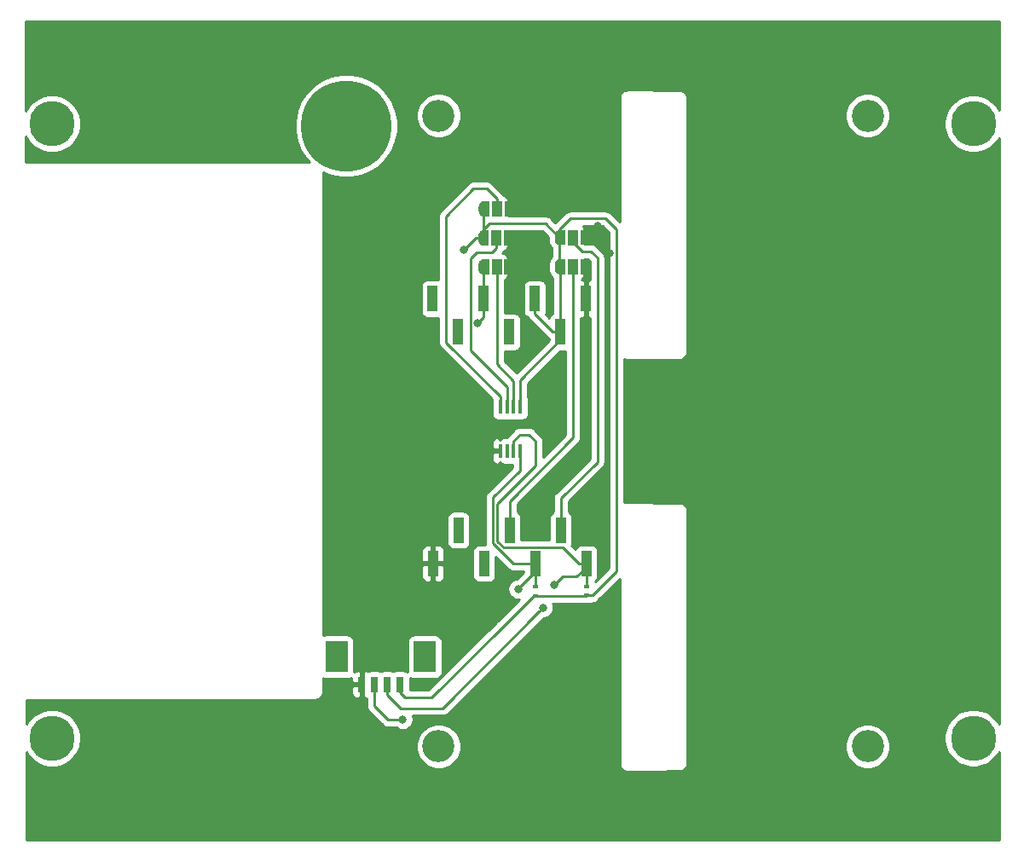
<source format=gbr>
G04 #@! TF.GenerationSoftware,KiCad,Pcbnew,(5.1.2)-2*
G04 #@! TF.CreationDate,2022-01-19T07:22:50-03:00*
G04 #@! TF.ProjectId,MAG_Plus,4d41475f-506c-4757-932e-6b696361645f,rev?*
G04 #@! TF.SameCoordinates,Original*
G04 #@! TF.FileFunction,Copper,L2,Bot*
G04 #@! TF.FilePolarity,Positive*
%FSLAX46Y46*%
G04 Gerber Fmt 4.6, Leading zero omitted, Abs format (unit mm)*
G04 Created by KiCad (PCBNEW (5.1.2)-2) date 2022-01-19 07:22:50*
%MOMM*%
%LPD*%
G04 APERTURE LIST*
%ADD10C,9.000000*%
%ADD11C,4.500000*%
%ADD12C,3.200000*%
%ADD13R,2.200000X3.100000*%
%ADD14R,0.800000X1.500000*%
%ADD15R,1.000000X2.510000*%
%ADD16R,1.000000X1.500000*%
%ADD17C,0.500000*%
%ADD18C,0.100000*%
%ADD19R,0.600000X0.400000*%
%ADD20R,0.450000X1.450000*%
%ADD21C,0.800000*%
%ADD22C,0.250000*%
%ADD23C,0.254000*%
G04 APERTURE END LIST*
D10*
X44500000Y-23000000D03*
D11*
X15260000Y-22800000D03*
X106760000Y-83800000D03*
X15260000Y-83810000D03*
X106760000Y-22800000D03*
D12*
X96260000Y-84610000D03*
X53670000Y-21990000D03*
X53670000Y-84610000D03*
X96260000Y-21990000D03*
D13*
X52285000Y-75725000D03*
X43535000Y-75725000D03*
D14*
X49785000Y-78475000D03*
X48535000Y-78475000D03*
X47285000Y-78475000D03*
X46035000Y-78475000D03*
D15*
X68340000Y-66465000D03*
X63260000Y-66465000D03*
X58180000Y-66465000D03*
X53100000Y-66465000D03*
X65800000Y-63155000D03*
X60720000Y-63155000D03*
X55640000Y-63155000D03*
X65760000Y-43485000D03*
X60680000Y-43485000D03*
X55600000Y-43485000D03*
X68300000Y-40175000D03*
X63220000Y-40175000D03*
X58140000Y-40175000D03*
X53060000Y-40175000D03*
D16*
X67010000Y-36990000D03*
D17*
X68310000Y-36990000D03*
D18*
G36*
X68310000Y-36240602D02*
G01*
X68334534Y-36240602D01*
X68383365Y-36245412D01*
X68431490Y-36254984D01*
X68478445Y-36269228D01*
X68523778Y-36288005D01*
X68567051Y-36311136D01*
X68607850Y-36338396D01*
X68645779Y-36369524D01*
X68680476Y-36404221D01*
X68711604Y-36442150D01*
X68738864Y-36482949D01*
X68761995Y-36526222D01*
X68780772Y-36571555D01*
X68795016Y-36618510D01*
X68804588Y-36666635D01*
X68809398Y-36715466D01*
X68809398Y-36740000D01*
X68810000Y-36740000D01*
X68810000Y-37240000D01*
X68809398Y-37240000D01*
X68809398Y-37264534D01*
X68804588Y-37313365D01*
X68795016Y-37361490D01*
X68780772Y-37408445D01*
X68761995Y-37453778D01*
X68738864Y-37497051D01*
X68711604Y-37537850D01*
X68680476Y-37575779D01*
X68645779Y-37610476D01*
X68607850Y-37641604D01*
X68567051Y-37668864D01*
X68523778Y-37691995D01*
X68478445Y-37710772D01*
X68431490Y-37725016D01*
X68383365Y-37734588D01*
X68334534Y-37739398D01*
X68310000Y-37739398D01*
X68310000Y-37740000D01*
X67760000Y-37740000D01*
X67760000Y-36240000D01*
X68310000Y-36240000D01*
X68310000Y-36240602D01*
X68310000Y-36240602D01*
G37*
D17*
X65710000Y-36990000D03*
D18*
G36*
X66260000Y-37740000D02*
G01*
X65710000Y-37740000D01*
X65710000Y-37739398D01*
X65685466Y-37739398D01*
X65636635Y-37734588D01*
X65588510Y-37725016D01*
X65541555Y-37710772D01*
X65496222Y-37691995D01*
X65452949Y-37668864D01*
X65412150Y-37641604D01*
X65374221Y-37610476D01*
X65339524Y-37575779D01*
X65308396Y-37537850D01*
X65281136Y-37497051D01*
X65258005Y-37453778D01*
X65239228Y-37408445D01*
X65224984Y-37361490D01*
X65215412Y-37313365D01*
X65210602Y-37264534D01*
X65210602Y-37240000D01*
X65210000Y-37240000D01*
X65210000Y-36740000D01*
X65210602Y-36740000D01*
X65210602Y-36715466D01*
X65215412Y-36666635D01*
X65224984Y-36618510D01*
X65239228Y-36571555D01*
X65258005Y-36526222D01*
X65281136Y-36482949D01*
X65308396Y-36442150D01*
X65339524Y-36404221D01*
X65374221Y-36369524D01*
X65412150Y-36338396D01*
X65452949Y-36311136D01*
X65496222Y-36288005D01*
X65541555Y-36269228D01*
X65588510Y-36254984D01*
X65636635Y-36245412D01*
X65685466Y-36240602D01*
X65710000Y-36240602D01*
X65710000Y-36240000D01*
X66260000Y-36240000D01*
X66260000Y-37740000D01*
X66260000Y-37740000D01*
G37*
D17*
X65690000Y-34090000D03*
D18*
G36*
X66240000Y-34840000D02*
G01*
X65690000Y-34840000D01*
X65690000Y-34839398D01*
X65665466Y-34839398D01*
X65616635Y-34834588D01*
X65568510Y-34825016D01*
X65521555Y-34810772D01*
X65476222Y-34791995D01*
X65432949Y-34768864D01*
X65392150Y-34741604D01*
X65354221Y-34710476D01*
X65319524Y-34675779D01*
X65288396Y-34637850D01*
X65261136Y-34597051D01*
X65238005Y-34553778D01*
X65219228Y-34508445D01*
X65204984Y-34461490D01*
X65195412Y-34413365D01*
X65190602Y-34364534D01*
X65190602Y-34340000D01*
X65190000Y-34340000D01*
X65190000Y-33840000D01*
X65190602Y-33840000D01*
X65190602Y-33815466D01*
X65195412Y-33766635D01*
X65204984Y-33718510D01*
X65219228Y-33671555D01*
X65238005Y-33626222D01*
X65261136Y-33582949D01*
X65288396Y-33542150D01*
X65319524Y-33504221D01*
X65354221Y-33469524D01*
X65392150Y-33438396D01*
X65432949Y-33411136D01*
X65476222Y-33388005D01*
X65521555Y-33369228D01*
X65568510Y-33354984D01*
X65616635Y-33345412D01*
X65665466Y-33340602D01*
X65690000Y-33340602D01*
X65690000Y-33340000D01*
X66240000Y-33340000D01*
X66240000Y-34840000D01*
X66240000Y-34840000D01*
G37*
D17*
X68290000Y-34090000D03*
D18*
G36*
X68290000Y-33340602D02*
G01*
X68314534Y-33340602D01*
X68363365Y-33345412D01*
X68411490Y-33354984D01*
X68458445Y-33369228D01*
X68503778Y-33388005D01*
X68547051Y-33411136D01*
X68587850Y-33438396D01*
X68625779Y-33469524D01*
X68660476Y-33504221D01*
X68691604Y-33542150D01*
X68718864Y-33582949D01*
X68741995Y-33626222D01*
X68760772Y-33671555D01*
X68775016Y-33718510D01*
X68784588Y-33766635D01*
X68789398Y-33815466D01*
X68789398Y-33840000D01*
X68790000Y-33840000D01*
X68790000Y-34340000D01*
X68789398Y-34340000D01*
X68789398Y-34364534D01*
X68784588Y-34413365D01*
X68775016Y-34461490D01*
X68760772Y-34508445D01*
X68741995Y-34553778D01*
X68718864Y-34597051D01*
X68691604Y-34637850D01*
X68660476Y-34675779D01*
X68625779Y-34710476D01*
X68587850Y-34741604D01*
X68547051Y-34768864D01*
X68503778Y-34791995D01*
X68458445Y-34810772D01*
X68411490Y-34825016D01*
X68363365Y-34834588D01*
X68314534Y-34839398D01*
X68290000Y-34839398D01*
X68290000Y-34840000D01*
X67740000Y-34840000D01*
X67740000Y-33340000D01*
X68290000Y-33340000D01*
X68290000Y-33340602D01*
X68290000Y-33340602D01*
G37*
D16*
X66990000Y-34090000D03*
D19*
X68370000Y-68740000D03*
X68370000Y-69640000D03*
X63250000Y-69650000D03*
X63250000Y-68750000D03*
D16*
X59430000Y-37000000D03*
D17*
X60730000Y-37000000D03*
D18*
G36*
X60730000Y-36250602D02*
G01*
X60754534Y-36250602D01*
X60803365Y-36255412D01*
X60851490Y-36264984D01*
X60898445Y-36279228D01*
X60943778Y-36298005D01*
X60987051Y-36321136D01*
X61027850Y-36348396D01*
X61065779Y-36379524D01*
X61100476Y-36414221D01*
X61131604Y-36452150D01*
X61158864Y-36492949D01*
X61181995Y-36536222D01*
X61200772Y-36581555D01*
X61215016Y-36628510D01*
X61224588Y-36676635D01*
X61229398Y-36725466D01*
X61229398Y-36750000D01*
X61230000Y-36750000D01*
X61230000Y-37250000D01*
X61229398Y-37250000D01*
X61229398Y-37274534D01*
X61224588Y-37323365D01*
X61215016Y-37371490D01*
X61200772Y-37418445D01*
X61181995Y-37463778D01*
X61158864Y-37507051D01*
X61131604Y-37547850D01*
X61100476Y-37585779D01*
X61065779Y-37620476D01*
X61027850Y-37651604D01*
X60987051Y-37678864D01*
X60943778Y-37701995D01*
X60898445Y-37720772D01*
X60851490Y-37735016D01*
X60803365Y-37744588D01*
X60754534Y-37749398D01*
X60730000Y-37749398D01*
X60730000Y-37750000D01*
X60180000Y-37750000D01*
X60180000Y-36250000D01*
X60730000Y-36250000D01*
X60730000Y-36250602D01*
X60730000Y-36250602D01*
G37*
D17*
X58130000Y-37000000D03*
D18*
G36*
X58680000Y-37750000D02*
G01*
X58130000Y-37750000D01*
X58130000Y-37749398D01*
X58105466Y-37749398D01*
X58056635Y-37744588D01*
X58008510Y-37735016D01*
X57961555Y-37720772D01*
X57916222Y-37701995D01*
X57872949Y-37678864D01*
X57832150Y-37651604D01*
X57794221Y-37620476D01*
X57759524Y-37585779D01*
X57728396Y-37547850D01*
X57701136Y-37507051D01*
X57678005Y-37463778D01*
X57659228Y-37418445D01*
X57644984Y-37371490D01*
X57635412Y-37323365D01*
X57630602Y-37274534D01*
X57630602Y-37250000D01*
X57630000Y-37250000D01*
X57630000Y-36750000D01*
X57630602Y-36750000D01*
X57630602Y-36725466D01*
X57635412Y-36676635D01*
X57644984Y-36628510D01*
X57659228Y-36581555D01*
X57678005Y-36536222D01*
X57701136Y-36492949D01*
X57728396Y-36452150D01*
X57759524Y-36414221D01*
X57794221Y-36379524D01*
X57832150Y-36348396D01*
X57872949Y-36321136D01*
X57916222Y-36298005D01*
X57961555Y-36279228D01*
X58008510Y-36264984D01*
X58056635Y-36255412D01*
X58105466Y-36250602D01*
X58130000Y-36250602D01*
X58130000Y-36250000D01*
X58680000Y-36250000D01*
X58680000Y-37750000D01*
X58680000Y-37750000D01*
G37*
D17*
X58150000Y-31250000D03*
D18*
G36*
X58700000Y-32000000D02*
G01*
X58150000Y-32000000D01*
X58150000Y-31999398D01*
X58125466Y-31999398D01*
X58076635Y-31994588D01*
X58028510Y-31985016D01*
X57981555Y-31970772D01*
X57936222Y-31951995D01*
X57892949Y-31928864D01*
X57852150Y-31901604D01*
X57814221Y-31870476D01*
X57779524Y-31835779D01*
X57748396Y-31797850D01*
X57721136Y-31757051D01*
X57698005Y-31713778D01*
X57679228Y-31668445D01*
X57664984Y-31621490D01*
X57655412Y-31573365D01*
X57650602Y-31524534D01*
X57650602Y-31500000D01*
X57650000Y-31500000D01*
X57650000Y-31000000D01*
X57650602Y-31000000D01*
X57650602Y-30975466D01*
X57655412Y-30926635D01*
X57664984Y-30878510D01*
X57679228Y-30831555D01*
X57698005Y-30786222D01*
X57721136Y-30742949D01*
X57748396Y-30702150D01*
X57779524Y-30664221D01*
X57814221Y-30629524D01*
X57852150Y-30598396D01*
X57892949Y-30571136D01*
X57936222Y-30548005D01*
X57981555Y-30529228D01*
X58028510Y-30514984D01*
X58076635Y-30505412D01*
X58125466Y-30500602D01*
X58150000Y-30500602D01*
X58150000Y-30500000D01*
X58700000Y-30500000D01*
X58700000Y-32000000D01*
X58700000Y-32000000D01*
G37*
D17*
X60750000Y-31250000D03*
D18*
G36*
X60750000Y-30500602D02*
G01*
X60774534Y-30500602D01*
X60823365Y-30505412D01*
X60871490Y-30514984D01*
X60918445Y-30529228D01*
X60963778Y-30548005D01*
X61007051Y-30571136D01*
X61047850Y-30598396D01*
X61085779Y-30629524D01*
X61120476Y-30664221D01*
X61151604Y-30702150D01*
X61178864Y-30742949D01*
X61201995Y-30786222D01*
X61220772Y-30831555D01*
X61235016Y-30878510D01*
X61244588Y-30926635D01*
X61249398Y-30975466D01*
X61249398Y-31000000D01*
X61250000Y-31000000D01*
X61250000Y-31500000D01*
X61249398Y-31500000D01*
X61249398Y-31524534D01*
X61244588Y-31573365D01*
X61235016Y-31621490D01*
X61220772Y-31668445D01*
X61201995Y-31713778D01*
X61178864Y-31757051D01*
X61151604Y-31797850D01*
X61120476Y-31835779D01*
X61085779Y-31870476D01*
X61047850Y-31901604D01*
X61007051Y-31928864D01*
X60963778Y-31951995D01*
X60918445Y-31970772D01*
X60871490Y-31985016D01*
X60823365Y-31994588D01*
X60774534Y-31999398D01*
X60750000Y-31999398D01*
X60750000Y-32000000D01*
X60200000Y-32000000D01*
X60200000Y-30500000D01*
X60750000Y-30500000D01*
X60750000Y-30500602D01*
X60750000Y-30500602D01*
G37*
D16*
X59450000Y-31250000D03*
X59410000Y-34130000D03*
D17*
X60710000Y-34130000D03*
D18*
G36*
X60710000Y-33380602D02*
G01*
X60734534Y-33380602D01*
X60783365Y-33385412D01*
X60831490Y-33394984D01*
X60878445Y-33409228D01*
X60923778Y-33428005D01*
X60967051Y-33451136D01*
X61007850Y-33478396D01*
X61045779Y-33509524D01*
X61080476Y-33544221D01*
X61111604Y-33582150D01*
X61138864Y-33622949D01*
X61161995Y-33666222D01*
X61180772Y-33711555D01*
X61195016Y-33758510D01*
X61204588Y-33806635D01*
X61209398Y-33855466D01*
X61209398Y-33880000D01*
X61210000Y-33880000D01*
X61210000Y-34380000D01*
X61209398Y-34380000D01*
X61209398Y-34404534D01*
X61204588Y-34453365D01*
X61195016Y-34501490D01*
X61180772Y-34548445D01*
X61161995Y-34593778D01*
X61138864Y-34637051D01*
X61111604Y-34677850D01*
X61080476Y-34715779D01*
X61045779Y-34750476D01*
X61007850Y-34781604D01*
X60967051Y-34808864D01*
X60923778Y-34831995D01*
X60878445Y-34850772D01*
X60831490Y-34865016D01*
X60783365Y-34874588D01*
X60734534Y-34879398D01*
X60710000Y-34879398D01*
X60710000Y-34880000D01*
X60160000Y-34880000D01*
X60160000Y-33380000D01*
X60710000Y-33380000D01*
X60710000Y-33380602D01*
X60710000Y-33380602D01*
G37*
D17*
X58110000Y-34130000D03*
D18*
G36*
X58660000Y-34880000D02*
G01*
X58110000Y-34880000D01*
X58110000Y-34879398D01*
X58085466Y-34879398D01*
X58036635Y-34874588D01*
X57988510Y-34865016D01*
X57941555Y-34850772D01*
X57896222Y-34831995D01*
X57852949Y-34808864D01*
X57812150Y-34781604D01*
X57774221Y-34750476D01*
X57739524Y-34715779D01*
X57708396Y-34677850D01*
X57681136Y-34637051D01*
X57658005Y-34593778D01*
X57639228Y-34548445D01*
X57624984Y-34501490D01*
X57615412Y-34453365D01*
X57610602Y-34404534D01*
X57610602Y-34380000D01*
X57610000Y-34380000D01*
X57610000Y-33880000D01*
X57610602Y-33880000D01*
X57610602Y-33855466D01*
X57615412Y-33806635D01*
X57624984Y-33758510D01*
X57639228Y-33711555D01*
X57658005Y-33666222D01*
X57681136Y-33622949D01*
X57708396Y-33582150D01*
X57739524Y-33544221D01*
X57774221Y-33509524D01*
X57812150Y-33478396D01*
X57852949Y-33451136D01*
X57896222Y-33428005D01*
X57941555Y-33409228D01*
X57988510Y-33394984D01*
X58036635Y-33385412D01*
X58085466Y-33380602D01*
X58110000Y-33380602D01*
X58110000Y-33380000D01*
X58660000Y-33380000D01*
X58660000Y-34880000D01*
X58660000Y-34880000D01*
G37*
D20*
X61745000Y-50880000D03*
X61095000Y-50880000D03*
X60445000Y-50880000D03*
X59795000Y-50880000D03*
X59795000Y-55280000D03*
X60445000Y-55280000D03*
X61095000Y-55280000D03*
X61745000Y-55280000D03*
D21*
X64059998Y-70850000D03*
X65159998Y-68550000D03*
X50110000Y-81950000D03*
X61560000Y-69000000D03*
X68350000Y-45100000D03*
X62760000Y-31260000D03*
X62700000Y-34010000D03*
X69420000Y-32980000D03*
X62700000Y-28670000D03*
X70634990Y-35630000D03*
X56140000Y-35330000D03*
X57560000Y-42600000D03*
D22*
X68370000Y-66495000D02*
X68340000Y-66465000D01*
X68370000Y-68740000D02*
X68370000Y-66495000D01*
X67590000Y-66465000D02*
X68340000Y-66465000D01*
X66009999Y-64884999D02*
X67590000Y-66465000D01*
X60109997Y-64884999D02*
X66009999Y-64884999D01*
X59490000Y-64265002D02*
X60109997Y-64884999D01*
X59490000Y-60550000D02*
X59490000Y-64265002D01*
X61095000Y-54305000D02*
X61730000Y-53670000D01*
X61095000Y-55280000D02*
X61095000Y-54305000D01*
X61730000Y-53670000D02*
X62640000Y-53670000D01*
X62640000Y-53670000D02*
X63270000Y-54300000D01*
X63270000Y-54300000D02*
X63270000Y-56770000D01*
X63270000Y-56770000D02*
X59490000Y-60550000D01*
X54084997Y-80825001D02*
X63659999Y-71249999D01*
X63659999Y-71249999D02*
X64059998Y-70850000D01*
X49885001Y-80825001D02*
X54084997Y-80825001D01*
X48535000Y-78475000D02*
X48535000Y-79475000D01*
X48535000Y-79475000D02*
X49885001Y-80825001D01*
X65959998Y-67750000D02*
X65159998Y-68550000D01*
X67360000Y-67750000D02*
X65959998Y-67750000D01*
X68340000Y-66465000D02*
X68340000Y-66770000D01*
X68340000Y-66770000D02*
X67360000Y-67750000D01*
X63250000Y-66475000D02*
X63260000Y-66465000D01*
X63250000Y-68750000D02*
X63250000Y-66475000D01*
X59039989Y-64451402D02*
X59039989Y-59910011D01*
X63260000Y-66465000D02*
X61053587Y-66465000D01*
X61745000Y-56255000D02*
X61745000Y-55280000D01*
X61053587Y-66465000D02*
X59039989Y-64451402D01*
X61745000Y-57205000D02*
X61745000Y-56255000D01*
X59039989Y-59910011D02*
X61745000Y-57205000D01*
X50110000Y-81950000D02*
X50060000Y-82000000D01*
X47285000Y-80625000D02*
X47285000Y-78475000D01*
X48660000Y-82000000D02*
X47285000Y-80625000D01*
X50060000Y-82000000D02*
X48660000Y-82000000D01*
X63260000Y-66465000D02*
X63260000Y-67220000D01*
X61560000Y-68920000D02*
X61560000Y-69000000D01*
X63260000Y-67220000D02*
X61560000Y-68920000D01*
X68350000Y-40225000D02*
X68300000Y-40175000D01*
X68350000Y-45100000D02*
X68350000Y-40225000D01*
X60750000Y-31250000D02*
X62750000Y-31250000D01*
X62750000Y-31250000D02*
X62760000Y-31260000D01*
X60830000Y-34010000D02*
X60710000Y-34130000D01*
X62700000Y-34010000D02*
X60830000Y-34010000D01*
X68290000Y-34090000D02*
X68310000Y-34090000D01*
X68310000Y-34090000D02*
X69420000Y-32980000D01*
X60750000Y-30620000D02*
X60750000Y-31250000D01*
X62700000Y-28670000D02*
X60750000Y-30620000D01*
X70234991Y-35230001D02*
X70634990Y-35630000D01*
X69094990Y-34090000D02*
X70234991Y-35230001D01*
X68290000Y-34090000D02*
X69094990Y-34090000D01*
X58130000Y-40165000D02*
X58140000Y-40175000D01*
X58130000Y-37000000D02*
X58130000Y-40165000D01*
X58150000Y-34090000D02*
X58110000Y-34130000D01*
X58150000Y-31250000D02*
X58150000Y-34090000D01*
X65690000Y-36970000D02*
X65710000Y-36990000D01*
X65690000Y-34090000D02*
X65690000Y-36970000D01*
X65710000Y-43435000D02*
X65760000Y-43485000D01*
X65710000Y-36990000D02*
X65710000Y-43435000D01*
X63220000Y-41680000D02*
X63220000Y-40175000D01*
X63220000Y-41695000D02*
X63220000Y-41680000D01*
X65010000Y-43485000D02*
X63220000Y-41695000D01*
X65760000Y-43485000D02*
X65010000Y-43485000D01*
X58110000Y-34130000D02*
X57340000Y-34130000D01*
X57340000Y-34130000D02*
X56140000Y-35330000D01*
X58140000Y-40175000D02*
X58140000Y-42020000D01*
X57959999Y-42200001D02*
X57560000Y-42600000D01*
X58140000Y-42020000D02*
X57959999Y-42200001D01*
X58110000Y-33282408D02*
X58712408Y-32680000D01*
X58110000Y-34130000D02*
X58110000Y-33282408D01*
X64280000Y-32680000D02*
X65690000Y-34090000D01*
X58712408Y-32680000D02*
X64280000Y-32680000D01*
X68360000Y-69650000D02*
X68370000Y-69640000D01*
X63250000Y-69650000D02*
X68360000Y-69650000D01*
X61745000Y-48255000D02*
X61745000Y-50880000D01*
X65760000Y-43485000D02*
X65760000Y-44240000D01*
X65760000Y-44240000D02*
X61745000Y-48255000D01*
X49785000Y-79225000D02*
X49785000Y-78475000D01*
X63250000Y-69650000D02*
X63150000Y-69650000D01*
X59995000Y-72805000D02*
X59955000Y-72805000D01*
X59955000Y-72805000D02*
X52960000Y-79800000D01*
X63150000Y-69650000D02*
X59995000Y-72805000D01*
X52960000Y-79800000D02*
X50360000Y-79800000D01*
X50360000Y-79800000D02*
X49785000Y-79225000D01*
X65690000Y-33242408D02*
X65690000Y-34090000D01*
X66712408Y-32220000D02*
X65690000Y-33242408D01*
X70260000Y-32220000D02*
X66712408Y-32220000D01*
X71360000Y-33320000D02*
X70260000Y-32220000D01*
X71360000Y-67200000D02*
X71360000Y-33320000D01*
X68370000Y-69640000D02*
X68920000Y-69640000D01*
X68920000Y-69640000D02*
X71360000Y-67200000D01*
X66990000Y-34549636D02*
X67900364Y-35460000D01*
X66990000Y-34090000D02*
X66990000Y-34549636D01*
X67900364Y-35460000D02*
X68790000Y-35460000D01*
X68790000Y-35460000D02*
X69430000Y-36100000D01*
X69430000Y-36100000D02*
X69430000Y-56360000D01*
X65800000Y-59990000D02*
X65800000Y-63155000D01*
X69430000Y-56360000D02*
X65800000Y-59990000D01*
X67010000Y-36990000D02*
X67010000Y-53970000D01*
X60720000Y-60260000D02*
X60720000Y-63155000D01*
X67010000Y-53970000D02*
X60720000Y-60260000D01*
X61095000Y-48315000D02*
X61095000Y-50880000D01*
X59470000Y-46690000D02*
X61095000Y-48315000D01*
X59470000Y-37110000D02*
X59470000Y-46690000D01*
X59430000Y-37000000D02*
X59580000Y-37000000D01*
X59580000Y-37000000D02*
X59470000Y-37110000D01*
X59450000Y-30250000D02*
X58440000Y-29240000D01*
X59450000Y-31250000D02*
X59450000Y-30250000D01*
X58440000Y-29240000D02*
X57140000Y-29240000D01*
X57140000Y-29240000D02*
X54400000Y-31980000D01*
X59795000Y-49905000D02*
X59795000Y-50880000D01*
X54400000Y-44510000D02*
X59795000Y-49905000D01*
X54400000Y-31980000D02*
X54400000Y-44510000D01*
X60445000Y-49905000D02*
X60445000Y-50880000D01*
X59410000Y-35130000D02*
X59000000Y-35540000D01*
X59000000Y-35540000D02*
X57420000Y-35540000D01*
X60445000Y-48945000D02*
X60445000Y-49905000D01*
X57420000Y-35540000D02*
X56820000Y-36140000D01*
X56820000Y-36140000D02*
X56820000Y-45320000D01*
X59410000Y-34130000D02*
X59410000Y-35130000D01*
X56820000Y-45320000D02*
X60445000Y-48945000D01*
D23*
G36*
X109300000Y-21408516D02*
G01*
X109000926Y-20960920D01*
X108599080Y-20559074D01*
X108126560Y-20243346D01*
X107601523Y-20025869D01*
X107044148Y-19915000D01*
X106475852Y-19915000D01*
X105918477Y-20025869D01*
X105393440Y-20243346D01*
X104920920Y-20559074D01*
X104519074Y-20960920D01*
X104203346Y-21433440D01*
X103985869Y-21958477D01*
X103875000Y-22515852D01*
X103875000Y-23084148D01*
X103985869Y-23641523D01*
X104203346Y-24166560D01*
X104519074Y-24639080D01*
X104920920Y-25040926D01*
X105393440Y-25356654D01*
X105918477Y-25574131D01*
X106475852Y-25685000D01*
X107044148Y-25685000D01*
X107601523Y-25574131D01*
X108126560Y-25356654D01*
X108599080Y-25040926D01*
X109000926Y-24639080D01*
X109300000Y-24191484D01*
X109300001Y-82408517D01*
X109000926Y-81960920D01*
X108599080Y-81559074D01*
X108126560Y-81243346D01*
X107601523Y-81025869D01*
X107044148Y-80915000D01*
X106475852Y-80915000D01*
X105918477Y-81025869D01*
X105393440Y-81243346D01*
X104920920Y-81559074D01*
X104519074Y-81960920D01*
X104203346Y-82433440D01*
X103985869Y-82958477D01*
X103875000Y-83515852D01*
X103875000Y-84084148D01*
X103985869Y-84641523D01*
X104203346Y-85166560D01*
X104519074Y-85639080D01*
X104920920Y-86040926D01*
X105393440Y-86356654D01*
X105918477Y-86574131D01*
X106475852Y-86685000D01*
X107044148Y-86685000D01*
X107601523Y-86574131D01*
X108126560Y-86356654D01*
X108599080Y-86040926D01*
X109000926Y-85639080D01*
X109300001Y-85191483D01*
X109300001Y-93940000D01*
X12719568Y-93940000D01*
X12713843Y-85192270D01*
X13019074Y-85649080D01*
X13420920Y-86050926D01*
X13893440Y-86366654D01*
X14418477Y-86584131D01*
X14975852Y-86695000D01*
X15544148Y-86695000D01*
X16101523Y-86584131D01*
X16626560Y-86366654D01*
X17099080Y-86050926D01*
X17500926Y-85649080D01*
X17816654Y-85176560D01*
X18034131Y-84651523D01*
X18086176Y-84389872D01*
X51435000Y-84389872D01*
X51435000Y-84830128D01*
X51520890Y-85261925D01*
X51689369Y-85668669D01*
X51933962Y-86034729D01*
X52245271Y-86346038D01*
X52611331Y-86590631D01*
X53018075Y-86759110D01*
X53449872Y-86845000D01*
X53890128Y-86845000D01*
X54321925Y-86759110D01*
X54728669Y-86590631D01*
X55094729Y-86346038D01*
X55406038Y-86034729D01*
X55650631Y-85668669D01*
X55819110Y-85261925D01*
X55905000Y-84830128D01*
X55905000Y-84389872D01*
X55819110Y-83958075D01*
X55650631Y-83551331D01*
X55406038Y-83185271D01*
X55094729Y-82873962D01*
X54728669Y-82629369D01*
X54321925Y-82460890D01*
X53890128Y-82375000D01*
X53449872Y-82375000D01*
X53018075Y-82460890D01*
X52611331Y-82629369D01*
X52245271Y-82873962D01*
X51933962Y-83185271D01*
X51689369Y-83551331D01*
X51520890Y-83958075D01*
X51435000Y-84389872D01*
X18086176Y-84389872D01*
X18145000Y-84094148D01*
X18145000Y-83525852D01*
X18034131Y-82968477D01*
X17816654Y-82443440D01*
X17500926Y-81970920D01*
X17099080Y-81569074D01*
X16626560Y-81253346D01*
X16101523Y-81035869D01*
X15544148Y-80925000D01*
X14975852Y-80925000D01*
X14418477Y-81035869D01*
X13893440Y-81253346D01*
X13420920Y-81569074D01*
X13019074Y-81970920D01*
X12712035Y-82430436D01*
X12710431Y-79980000D01*
X41467581Y-79980000D01*
X41500000Y-79983193D01*
X41532419Y-79980000D01*
X41629383Y-79970450D01*
X41753793Y-79932710D01*
X41868450Y-79871425D01*
X41968948Y-79788948D01*
X42051425Y-79688450D01*
X42112710Y-79573793D01*
X42150450Y-79449383D01*
X42163193Y-79320000D01*
X42160000Y-79287581D01*
X42160000Y-79225000D01*
X44996928Y-79225000D01*
X45009188Y-79349482D01*
X45045498Y-79469180D01*
X45104463Y-79579494D01*
X45183815Y-79676185D01*
X45280506Y-79755537D01*
X45390820Y-79814502D01*
X45510518Y-79850812D01*
X45635000Y-79863072D01*
X45749250Y-79860000D01*
X45908000Y-79701250D01*
X45908000Y-78602000D01*
X45158750Y-78602000D01*
X45000000Y-78760750D01*
X44996928Y-79225000D01*
X42160000Y-79225000D01*
X42160000Y-77848028D01*
X42190820Y-77864502D01*
X42310518Y-77900812D01*
X42435000Y-77913072D01*
X44635000Y-77913072D01*
X44759482Y-77900812D01*
X44879180Y-77864502D01*
X44989494Y-77805537D01*
X44997418Y-77799034D01*
X45000000Y-78189250D01*
X45158750Y-78348000D01*
X45908000Y-78348000D01*
X45908000Y-77248750D01*
X46162000Y-77248750D01*
X46162000Y-78348000D01*
X46182000Y-78348000D01*
X46182000Y-78602000D01*
X46162000Y-78602000D01*
X46162000Y-79701250D01*
X46320750Y-79860000D01*
X46435000Y-79863072D01*
X46525000Y-79854208D01*
X46525000Y-80587677D01*
X46521324Y-80625000D01*
X46525000Y-80662322D01*
X46525000Y-80662332D01*
X46535997Y-80773985D01*
X46578773Y-80915000D01*
X46579454Y-80917246D01*
X46650026Y-81049276D01*
X46689871Y-81097826D01*
X46744999Y-81165001D01*
X46774003Y-81188804D01*
X48096201Y-82511003D01*
X48119999Y-82540001D01*
X48235724Y-82634974D01*
X48367753Y-82705546D01*
X48511014Y-82749003D01*
X48622667Y-82760000D01*
X48622675Y-82760000D01*
X48660000Y-82763676D01*
X48697325Y-82760000D01*
X49459300Y-82760000D01*
X49619744Y-82867205D01*
X49808102Y-82945226D01*
X50008061Y-82985000D01*
X50211939Y-82985000D01*
X50411898Y-82945226D01*
X50600256Y-82867205D01*
X50769774Y-82753937D01*
X50913937Y-82609774D01*
X51027205Y-82440256D01*
X51105226Y-82251898D01*
X51145000Y-82051939D01*
X51145000Y-81848061D01*
X51105226Y-81648102D01*
X51079089Y-81585001D01*
X54047675Y-81585001D01*
X54084997Y-81588677D01*
X54122319Y-81585001D01*
X54122330Y-81585001D01*
X54233983Y-81574004D01*
X54377244Y-81530547D01*
X54509273Y-81459975D01*
X54624998Y-81365002D01*
X54648801Y-81335998D01*
X64099800Y-71885000D01*
X64161937Y-71885000D01*
X64361896Y-71845226D01*
X64550254Y-71767205D01*
X64719772Y-71653937D01*
X64863935Y-71509774D01*
X64977203Y-71340256D01*
X65055224Y-71151898D01*
X65094998Y-70951939D01*
X65094998Y-70748061D01*
X65055224Y-70548102D01*
X64998020Y-70410000D01*
X67789335Y-70410000D01*
X67825820Y-70429502D01*
X67945518Y-70465812D01*
X68070000Y-70478072D01*
X68670000Y-70478072D01*
X68794482Y-70465812D01*
X68914180Y-70429502D01*
X68972093Y-70398546D01*
X69068986Y-70389003D01*
X69212247Y-70345546D01*
X69344276Y-70274974D01*
X69460001Y-70180001D01*
X69483804Y-70150997D01*
X71650001Y-67984801D01*
X71650000Y-86417581D01*
X71646807Y-86450000D01*
X71659550Y-86579383D01*
X71697290Y-86703793D01*
X71758575Y-86818450D01*
X71793085Y-86860500D01*
X71841052Y-86918948D01*
X71941550Y-87001425D01*
X72056207Y-87062710D01*
X72180617Y-87100450D01*
X72310000Y-87113193D01*
X72342419Y-87110000D01*
X74833494Y-87110000D01*
X74839371Y-87110473D01*
X74865859Y-87110000D01*
X74892419Y-87110000D01*
X74898301Y-87109421D01*
X77633453Y-87060578D01*
X77660000Y-87063193D01*
X77698306Y-87059420D01*
X77704197Y-87059315D01*
X77730505Y-87056249D01*
X77789383Y-87050450D01*
X77795073Y-87048724D01*
X77800975Y-87048036D01*
X77857207Y-87029876D01*
X77913793Y-87012710D01*
X77919037Y-87009907D01*
X77924691Y-87008081D01*
X77976282Y-86979309D01*
X78028450Y-86951425D01*
X78033049Y-86947651D01*
X78038236Y-86944758D01*
X78083214Y-86906481D01*
X78128948Y-86868948D01*
X78132723Y-86864349D01*
X78137245Y-86860500D01*
X78173886Y-86814191D01*
X78211425Y-86768450D01*
X78214230Y-86763203D01*
X78217915Y-86758545D01*
X78244826Y-86705960D01*
X78272710Y-86653793D01*
X78274437Y-86648101D01*
X78277143Y-86642813D01*
X78293274Y-86586002D01*
X78310450Y-86529383D01*
X78311033Y-86523460D01*
X78312655Y-86517749D01*
X78317392Y-86458897D01*
X78320000Y-86432419D01*
X78320000Y-86426499D01*
X78323086Y-86388160D01*
X78320000Y-86361683D01*
X78320000Y-84389872D01*
X94025000Y-84389872D01*
X94025000Y-84830128D01*
X94110890Y-85261925D01*
X94279369Y-85668669D01*
X94523962Y-86034729D01*
X94835271Y-86346038D01*
X95201331Y-86590631D01*
X95608075Y-86759110D01*
X96039872Y-86845000D01*
X96480128Y-86845000D01*
X96911925Y-86759110D01*
X97318669Y-86590631D01*
X97684729Y-86346038D01*
X97996038Y-86034729D01*
X98240631Y-85668669D01*
X98409110Y-85261925D01*
X98495000Y-84830128D01*
X98495000Y-84389872D01*
X98409110Y-83958075D01*
X98240631Y-83551331D01*
X97996038Y-83185271D01*
X97684729Y-82873962D01*
X97318669Y-82629369D01*
X96911925Y-82460890D01*
X96480128Y-82375000D01*
X96039872Y-82375000D01*
X95608075Y-82460890D01*
X95201331Y-82629369D01*
X94835271Y-82873962D01*
X94523962Y-83185271D01*
X94279369Y-83551331D01*
X94110890Y-83958075D01*
X94025000Y-84389872D01*
X78320000Y-84389872D01*
X78320000Y-61135510D01*
X78323164Y-61106197D01*
X78320000Y-61070671D01*
X78320000Y-61067581D01*
X78317125Y-61038395D01*
X78311631Y-60976702D01*
X78310755Y-60973714D01*
X78310450Y-60970617D01*
X78292471Y-60911349D01*
X78275055Y-60851945D01*
X78273614Y-60849188D01*
X78272710Y-60846207D01*
X78243498Y-60791555D01*
X78214844Y-60736720D01*
X78212894Y-60734298D01*
X78211425Y-60731550D01*
X78172122Y-60683660D01*
X78133310Y-60635455D01*
X78130923Y-60633458D01*
X78128948Y-60631052D01*
X78081082Y-60591770D01*
X78033587Y-60552043D01*
X78030856Y-60550550D01*
X78028449Y-60548575D01*
X77973838Y-60519385D01*
X77919508Y-60489689D01*
X77916538Y-60488757D01*
X77913792Y-60487290D01*
X77854527Y-60469312D01*
X77795456Y-60450788D01*
X77792362Y-60450454D01*
X77789382Y-60449550D01*
X77727728Y-60443478D01*
X77698585Y-60440332D01*
X77695497Y-60440303D01*
X77660000Y-60436807D01*
X77630656Y-60439697D01*
X72345496Y-60390303D01*
X72310000Y-60386807D01*
X72248337Y-60392880D01*
X72186702Y-60398370D01*
X72183719Y-60399245D01*
X72180618Y-60399550D01*
X72121332Y-60417535D01*
X72120000Y-60417925D01*
X72120000Y-46182062D01*
X72180617Y-46200450D01*
X72310000Y-46213193D01*
X72342419Y-46210000D01*
X77627581Y-46210000D01*
X77660000Y-46213193D01*
X77692419Y-46210000D01*
X77789383Y-46200450D01*
X77913793Y-46162710D01*
X78028450Y-46101425D01*
X78128948Y-46018948D01*
X78211425Y-45918450D01*
X78272710Y-45803793D01*
X78310450Y-45679383D01*
X78323193Y-45550000D01*
X78320000Y-45517581D01*
X78320000Y-21769872D01*
X94025000Y-21769872D01*
X94025000Y-22210128D01*
X94110890Y-22641925D01*
X94279369Y-23048669D01*
X94523962Y-23414729D01*
X94835271Y-23726038D01*
X95201331Y-23970631D01*
X95608075Y-24139110D01*
X96039872Y-24225000D01*
X96480128Y-24225000D01*
X96911925Y-24139110D01*
X97318669Y-23970631D01*
X97684729Y-23726038D01*
X97996038Y-23414729D01*
X98240631Y-23048669D01*
X98409110Y-22641925D01*
X98495000Y-22210128D01*
X98495000Y-21769872D01*
X98409110Y-21338075D01*
X98240631Y-20931331D01*
X97996038Y-20565271D01*
X97684729Y-20253962D01*
X97318669Y-20009369D01*
X96911925Y-19840890D01*
X96480128Y-19755000D01*
X96039872Y-19755000D01*
X95608075Y-19840890D01*
X95201331Y-20009369D01*
X94835271Y-20253962D01*
X94523962Y-20565271D01*
X94279369Y-20931331D01*
X94110890Y-21338075D01*
X94025000Y-21769872D01*
X78320000Y-21769872D01*
X78320000Y-20185510D01*
X78323164Y-20156197D01*
X78320000Y-20120671D01*
X78320000Y-20117581D01*
X78317125Y-20088395D01*
X78311631Y-20026702D01*
X78310755Y-20023714D01*
X78310450Y-20020617D01*
X78292471Y-19961349D01*
X78275055Y-19901945D01*
X78273614Y-19899188D01*
X78272710Y-19896207D01*
X78243498Y-19841555D01*
X78214844Y-19786720D01*
X78212894Y-19784298D01*
X78211425Y-19781550D01*
X78172122Y-19733660D01*
X78133310Y-19685455D01*
X78130923Y-19683458D01*
X78128948Y-19681052D01*
X78081082Y-19641770D01*
X78033587Y-19602043D01*
X78030856Y-19600550D01*
X78028449Y-19598575D01*
X77973838Y-19569385D01*
X77919508Y-19539689D01*
X77916538Y-19538757D01*
X77913792Y-19537290D01*
X77854527Y-19519312D01*
X77795456Y-19500788D01*
X77792362Y-19500454D01*
X77789382Y-19499550D01*
X77727728Y-19493478D01*
X77698585Y-19490332D01*
X77695497Y-19490303D01*
X77660000Y-19486807D01*
X77630656Y-19489697D01*
X72345496Y-19440303D01*
X72310000Y-19436807D01*
X72248337Y-19442880D01*
X72186702Y-19448370D01*
X72183719Y-19449245D01*
X72180618Y-19449550D01*
X72121332Y-19467535D01*
X72061945Y-19484945D01*
X72059186Y-19486386D01*
X72056208Y-19487290D01*
X72001600Y-19516478D01*
X71946720Y-19545156D01*
X71944296Y-19547108D01*
X71941551Y-19548575D01*
X71893713Y-19587835D01*
X71845455Y-19626690D01*
X71843456Y-19629080D01*
X71841053Y-19631052D01*
X71801802Y-19678879D01*
X71762043Y-19726413D01*
X71760550Y-19729145D01*
X71758576Y-19731550D01*
X71729393Y-19786147D01*
X71699689Y-19840493D01*
X71698758Y-19843463D01*
X71697291Y-19846207D01*
X71679329Y-19905419D01*
X71660788Y-19964544D01*
X71660454Y-19967641D01*
X71659551Y-19970617D01*
X71653489Y-20032162D01*
X71646836Y-20093803D01*
X71650001Y-20129337D01*
X71650001Y-32535199D01*
X70823804Y-31709002D01*
X70800001Y-31679999D01*
X70684276Y-31585026D01*
X70552247Y-31514454D01*
X70408986Y-31470997D01*
X70297333Y-31460000D01*
X70297322Y-31460000D01*
X70260000Y-31456324D01*
X70222678Y-31460000D01*
X66749730Y-31460000D01*
X66712407Y-31456324D01*
X66675084Y-31460000D01*
X66675075Y-31460000D01*
X66563422Y-31470997D01*
X66420161Y-31514454D01*
X66288132Y-31585026D01*
X66172407Y-31679999D01*
X66148609Y-31708997D01*
X65266204Y-32591403D01*
X64843804Y-32169003D01*
X64820001Y-32139999D01*
X64704276Y-32045026D01*
X64572247Y-31974454D01*
X64428986Y-31930997D01*
X64317333Y-31920000D01*
X64317322Y-31920000D01*
X64280000Y-31916324D01*
X64242678Y-31920000D01*
X60588072Y-31920000D01*
X60588072Y-30500000D01*
X60575812Y-30375518D01*
X60539502Y-30255820D01*
X60480537Y-30145506D01*
X60401185Y-30048815D01*
X60304494Y-29969463D01*
X60194180Y-29910498D01*
X60117923Y-29887366D01*
X60084974Y-29825724D01*
X59990001Y-29709999D01*
X59961003Y-29686201D01*
X59003804Y-28729002D01*
X58980001Y-28699999D01*
X58864276Y-28605026D01*
X58732247Y-28534454D01*
X58588986Y-28490997D01*
X58477333Y-28480000D01*
X58477322Y-28480000D01*
X58440000Y-28476324D01*
X58402678Y-28480000D01*
X57177322Y-28480000D01*
X57139999Y-28476324D01*
X57102676Y-28480000D01*
X57102667Y-28480000D01*
X56991014Y-28490997D01*
X56847753Y-28534454D01*
X56715724Y-28605026D01*
X56599999Y-28699999D01*
X56576201Y-28728997D01*
X53889003Y-31416196D01*
X53859999Y-31439999D01*
X53810758Y-31500000D01*
X53765026Y-31555724D01*
X53711320Y-31656201D01*
X53694454Y-31687754D01*
X53650997Y-31831015D01*
X53640000Y-31942668D01*
X53640000Y-31942678D01*
X53636324Y-31980000D01*
X53640000Y-32017322D01*
X53640001Y-38289807D01*
X53560000Y-38281928D01*
X52560000Y-38281928D01*
X52435518Y-38294188D01*
X52315820Y-38330498D01*
X52205506Y-38389463D01*
X52108815Y-38468815D01*
X52029463Y-38565506D01*
X51970498Y-38675820D01*
X51934188Y-38795518D01*
X51921928Y-38920000D01*
X51921928Y-41430000D01*
X51934188Y-41554482D01*
X51970498Y-41674180D01*
X52029463Y-41784494D01*
X52108815Y-41881185D01*
X52205506Y-41960537D01*
X52315820Y-42019502D01*
X52435518Y-42055812D01*
X52560000Y-42068072D01*
X53560000Y-42068072D01*
X53640001Y-42060193D01*
X53640001Y-44472668D01*
X53636324Y-44510000D01*
X53650998Y-44658985D01*
X53694454Y-44802246D01*
X53765026Y-44934276D01*
X53821983Y-45003677D01*
X53860000Y-45050001D01*
X53888998Y-45073799D01*
X58935359Y-50120161D01*
X58931928Y-50155000D01*
X58931928Y-51605000D01*
X58944188Y-51729482D01*
X58980498Y-51849180D01*
X59039463Y-51959494D01*
X59118815Y-52056185D01*
X59215506Y-52135537D01*
X59325820Y-52194502D01*
X59445518Y-52230812D01*
X59570000Y-52243072D01*
X60020000Y-52243072D01*
X60120000Y-52233223D01*
X60220000Y-52243072D01*
X60670000Y-52243072D01*
X60770000Y-52233223D01*
X60870000Y-52243072D01*
X61320000Y-52243072D01*
X61420000Y-52233223D01*
X61520000Y-52243072D01*
X61970000Y-52243072D01*
X62094482Y-52230812D01*
X62214180Y-52194502D01*
X62324494Y-52135537D01*
X62421185Y-52056185D01*
X62500537Y-51959494D01*
X62559502Y-51849180D01*
X62595812Y-51729482D01*
X62608072Y-51605000D01*
X62608072Y-50155000D01*
X62595812Y-50030518D01*
X62559502Y-49910820D01*
X62505000Y-49808856D01*
X62505000Y-48569801D01*
X65696731Y-45378072D01*
X66250000Y-45378072D01*
X66250001Y-53655197D01*
X64030000Y-55875198D01*
X64030000Y-54337333D01*
X64033677Y-54300000D01*
X64019003Y-54151014D01*
X63975546Y-54007753D01*
X63904974Y-53875724D01*
X63810001Y-53759999D01*
X63781004Y-53736202D01*
X63203803Y-53159002D01*
X63180001Y-53129999D01*
X63064276Y-53035026D01*
X62932247Y-52964454D01*
X62788986Y-52920997D01*
X62677333Y-52910000D01*
X62677322Y-52910000D01*
X62640000Y-52906324D01*
X62602678Y-52910000D01*
X61767333Y-52910000D01*
X61730000Y-52906323D01*
X61692667Y-52910000D01*
X61581014Y-52920997D01*
X61437753Y-52964454D01*
X61305724Y-53035026D01*
X61189999Y-53129999D01*
X61166200Y-53158998D01*
X60583998Y-53741201D01*
X60555000Y-53764999D01*
X60531202Y-53793997D01*
X60531201Y-53793998D01*
X60460026Y-53880724D01*
X60440674Y-53916928D01*
X60220000Y-53916928D01*
X60116773Y-53927095D01*
X60051750Y-53920000D01*
X60019503Y-53952247D01*
X59975820Y-53965498D01*
X59865506Y-54024463D01*
X59768815Y-54103815D01*
X59697000Y-54191322D01*
X59697000Y-54078750D01*
X59538250Y-53920000D01*
X59436004Y-53931156D01*
X59316873Y-53969285D01*
X59207469Y-54029922D01*
X59111997Y-54110737D01*
X59034126Y-54208625D01*
X58976849Y-54319825D01*
X58942366Y-54440061D01*
X58932002Y-54564715D01*
X58935000Y-54994250D01*
X59093750Y-55153000D01*
X59581928Y-55153000D01*
X59581928Y-55407000D01*
X59093750Y-55407000D01*
X58935000Y-55565750D01*
X58932002Y-55995285D01*
X58942366Y-56119939D01*
X58976849Y-56240175D01*
X59034126Y-56351375D01*
X59111997Y-56449263D01*
X59207469Y-56530078D01*
X59316873Y-56590715D01*
X59436004Y-56628844D01*
X59538250Y-56640000D01*
X59697000Y-56481250D01*
X59697000Y-56368678D01*
X59768815Y-56456185D01*
X59865506Y-56535537D01*
X59975820Y-56594502D01*
X60019503Y-56607753D01*
X60051750Y-56640000D01*
X60116773Y-56632905D01*
X60220000Y-56643072D01*
X60670000Y-56643072D01*
X60770000Y-56633223D01*
X60870000Y-56643072D01*
X60985001Y-56643072D01*
X60985000Y-56890198D01*
X58528987Y-59346212D01*
X58499989Y-59370010D01*
X58476191Y-59399008D01*
X58476190Y-59399009D01*
X58405015Y-59485735D01*
X58334443Y-59617765D01*
X58310180Y-59697753D01*
X58294636Y-59748998D01*
X58290987Y-59761026D01*
X58276313Y-59910011D01*
X58279990Y-59947343D01*
X58279989Y-64414079D01*
X58276313Y-64451402D01*
X58279989Y-64488724D01*
X58279989Y-64488734D01*
X58288183Y-64571928D01*
X57680000Y-64571928D01*
X57555518Y-64584188D01*
X57435820Y-64620498D01*
X57325506Y-64679463D01*
X57228815Y-64758815D01*
X57149463Y-64855506D01*
X57090498Y-64965820D01*
X57054188Y-65085518D01*
X57041928Y-65210000D01*
X57041928Y-67720000D01*
X57054188Y-67844482D01*
X57090498Y-67964180D01*
X57149463Y-68074494D01*
X57228815Y-68171185D01*
X57325506Y-68250537D01*
X57435820Y-68309502D01*
X57555518Y-68345812D01*
X57680000Y-68358072D01*
X58680000Y-68358072D01*
X58804482Y-68345812D01*
X58924180Y-68309502D01*
X59034494Y-68250537D01*
X59131185Y-68171185D01*
X59210537Y-68074494D01*
X59269502Y-67964180D01*
X59305812Y-67844482D01*
X59318072Y-67720000D01*
X59318072Y-65804286D01*
X60489787Y-66976002D01*
X60513586Y-67005001D01*
X60594024Y-67071015D01*
X60629311Y-67099974D01*
X60761340Y-67170546D01*
X60904601Y-67214003D01*
X61053587Y-67228677D01*
X61090920Y-67225000D01*
X62121928Y-67225000D01*
X62121928Y-67283270D01*
X61435764Y-67969435D01*
X61258102Y-68004774D01*
X61069744Y-68082795D01*
X60900226Y-68196063D01*
X60756063Y-68340226D01*
X60642795Y-68509744D01*
X60564774Y-68698102D01*
X60525000Y-68898061D01*
X60525000Y-69101939D01*
X60564774Y-69301898D01*
X60642795Y-69490256D01*
X60756063Y-69659774D01*
X60900226Y-69803937D01*
X61069744Y-69917205D01*
X61258102Y-69995226D01*
X61458061Y-70035000D01*
X61661939Y-70035000D01*
X61697215Y-70027983D01*
X59583248Y-72141951D01*
X59530724Y-72170026D01*
X59414999Y-72264999D01*
X59391201Y-72293997D01*
X52645199Y-79040000D01*
X50823072Y-79040000D01*
X50823072Y-77799436D01*
X50830506Y-77805537D01*
X50940820Y-77864502D01*
X51060518Y-77900812D01*
X51185000Y-77913072D01*
X53385000Y-77913072D01*
X53509482Y-77900812D01*
X53629180Y-77864502D01*
X53739494Y-77805537D01*
X53836185Y-77726185D01*
X53915537Y-77629494D01*
X53974502Y-77519180D01*
X54010812Y-77399482D01*
X54023072Y-77275000D01*
X54023072Y-74175000D01*
X54010812Y-74050518D01*
X53974502Y-73930820D01*
X53915537Y-73820506D01*
X53836185Y-73723815D01*
X53739494Y-73644463D01*
X53629180Y-73585498D01*
X53509482Y-73549188D01*
X53385000Y-73536928D01*
X51185000Y-73536928D01*
X51060518Y-73549188D01*
X50940820Y-73585498D01*
X50830506Y-73644463D01*
X50733815Y-73723815D01*
X50654463Y-73820506D01*
X50595498Y-73930820D01*
X50559188Y-74050518D01*
X50546928Y-74175000D01*
X50546928Y-77200564D01*
X50539494Y-77194463D01*
X50429180Y-77135498D01*
X50309482Y-77099188D01*
X50185000Y-77086928D01*
X49385000Y-77086928D01*
X49260518Y-77099188D01*
X49160000Y-77129680D01*
X49059482Y-77099188D01*
X48935000Y-77086928D01*
X48135000Y-77086928D01*
X48010518Y-77099188D01*
X47910000Y-77129680D01*
X47809482Y-77099188D01*
X47685000Y-77086928D01*
X46885000Y-77086928D01*
X46760518Y-77099188D01*
X46660000Y-77129680D01*
X46559482Y-77099188D01*
X46435000Y-77086928D01*
X46320750Y-77090000D01*
X46162000Y-77248750D01*
X45908000Y-77248750D01*
X45749250Y-77090000D01*
X45635000Y-77086928D01*
X45510518Y-77099188D01*
X45390820Y-77135498D01*
X45280506Y-77194463D01*
X45273072Y-77200564D01*
X45273072Y-74175000D01*
X45260812Y-74050518D01*
X45224502Y-73930820D01*
X45165537Y-73820506D01*
X45086185Y-73723815D01*
X44989494Y-73644463D01*
X44879180Y-73585498D01*
X44759482Y-73549188D01*
X44635000Y-73536928D01*
X42435000Y-73536928D01*
X42310518Y-73549188D01*
X42190820Y-73585498D01*
X42160000Y-73601972D01*
X42160000Y-67720000D01*
X51961928Y-67720000D01*
X51974188Y-67844482D01*
X52010498Y-67964180D01*
X52069463Y-68074494D01*
X52148815Y-68171185D01*
X52245506Y-68250537D01*
X52355820Y-68309502D01*
X52475518Y-68345812D01*
X52600000Y-68358072D01*
X52814250Y-68355000D01*
X52973000Y-68196250D01*
X52973000Y-66592000D01*
X53227000Y-66592000D01*
X53227000Y-68196250D01*
X53385750Y-68355000D01*
X53600000Y-68358072D01*
X53724482Y-68345812D01*
X53844180Y-68309502D01*
X53954494Y-68250537D01*
X54051185Y-68171185D01*
X54130537Y-68074494D01*
X54189502Y-67964180D01*
X54225812Y-67844482D01*
X54238072Y-67720000D01*
X54235000Y-66750750D01*
X54076250Y-66592000D01*
X53227000Y-66592000D01*
X52973000Y-66592000D01*
X52123750Y-66592000D01*
X51965000Y-66750750D01*
X51961928Y-67720000D01*
X42160000Y-67720000D01*
X42160000Y-65210000D01*
X51961928Y-65210000D01*
X51965000Y-66179250D01*
X52123750Y-66338000D01*
X52973000Y-66338000D01*
X52973000Y-64733750D01*
X53227000Y-64733750D01*
X53227000Y-66338000D01*
X54076250Y-66338000D01*
X54235000Y-66179250D01*
X54238072Y-65210000D01*
X54225812Y-65085518D01*
X54189502Y-64965820D01*
X54130537Y-64855506D01*
X54051185Y-64758815D01*
X53954494Y-64679463D01*
X53844180Y-64620498D01*
X53724482Y-64584188D01*
X53600000Y-64571928D01*
X53385750Y-64575000D01*
X53227000Y-64733750D01*
X52973000Y-64733750D01*
X52814250Y-64575000D01*
X52600000Y-64571928D01*
X52475518Y-64584188D01*
X52355820Y-64620498D01*
X52245506Y-64679463D01*
X52148815Y-64758815D01*
X52069463Y-64855506D01*
X52010498Y-64965820D01*
X51974188Y-65085518D01*
X51961928Y-65210000D01*
X42160000Y-65210000D01*
X42160000Y-61900000D01*
X54501928Y-61900000D01*
X54501928Y-64410000D01*
X54514188Y-64534482D01*
X54550498Y-64654180D01*
X54609463Y-64764494D01*
X54688815Y-64861185D01*
X54785506Y-64940537D01*
X54895820Y-64999502D01*
X55015518Y-65035812D01*
X55140000Y-65048072D01*
X56140000Y-65048072D01*
X56264482Y-65035812D01*
X56384180Y-64999502D01*
X56494494Y-64940537D01*
X56591185Y-64861185D01*
X56670537Y-64764494D01*
X56729502Y-64654180D01*
X56765812Y-64534482D01*
X56778072Y-64410000D01*
X56778072Y-61900000D01*
X56765812Y-61775518D01*
X56729502Y-61655820D01*
X56670537Y-61545506D01*
X56591185Y-61448815D01*
X56494494Y-61369463D01*
X56384180Y-61310498D01*
X56264482Y-61274188D01*
X56140000Y-61261928D01*
X55140000Y-61261928D01*
X55015518Y-61274188D01*
X54895820Y-61310498D01*
X54785506Y-61369463D01*
X54688815Y-61448815D01*
X54609463Y-61545506D01*
X54550498Y-61655820D01*
X54514188Y-61775518D01*
X54501928Y-61900000D01*
X42160000Y-61900000D01*
X42160000Y-27588824D01*
X43002176Y-27937665D01*
X43994247Y-28135000D01*
X45005753Y-28135000D01*
X45997824Y-27937665D01*
X46932335Y-27550578D01*
X47773372Y-26988615D01*
X48488615Y-26273372D01*
X49050578Y-25432335D01*
X49437665Y-24497824D01*
X49635000Y-23505753D01*
X49635000Y-22494247D01*
X49490913Y-21769872D01*
X51435000Y-21769872D01*
X51435000Y-22210128D01*
X51520890Y-22641925D01*
X51689369Y-23048669D01*
X51933962Y-23414729D01*
X52245271Y-23726038D01*
X52611331Y-23970631D01*
X53018075Y-24139110D01*
X53449872Y-24225000D01*
X53890128Y-24225000D01*
X54321925Y-24139110D01*
X54728669Y-23970631D01*
X55094729Y-23726038D01*
X55406038Y-23414729D01*
X55650631Y-23048669D01*
X55819110Y-22641925D01*
X55905000Y-22210128D01*
X55905000Y-21769872D01*
X55819110Y-21338075D01*
X55650631Y-20931331D01*
X55406038Y-20565271D01*
X55094729Y-20253962D01*
X54728669Y-20009369D01*
X54321925Y-19840890D01*
X53890128Y-19755000D01*
X53449872Y-19755000D01*
X53018075Y-19840890D01*
X52611331Y-20009369D01*
X52245271Y-20253962D01*
X51933962Y-20565271D01*
X51689369Y-20931331D01*
X51520890Y-21338075D01*
X51435000Y-21769872D01*
X49490913Y-21769872D01*
X49437665Y-21502176D01*
X49050578Y-20567665D01*
X48488615Y-19726628D01*
X47773372Y-19011385D01*
X46932335Y-18449422D01*
X45997824Y-18062335D01*
X45005753Y-17865000D01*
X43994247Y-17865000D01*
X43002176Y-18062335D01*
X42067665Y-18449422D01*
X41226628Y-19011385D01*
X40511385Y-19726628D01*
X39949422Y-20567665D01*
X39562335Y-21502176D01*
X39365000Y-22494247D01*
X39365000Y-23505753D01*
X39562335Y-24497824D01*
X39949422Y-25432335D01*
X40511385Y-26273372D01*
X40858013Y-26620000D01*
X12660000Y-26620000D01*
X12660000Y-24061913D01*
X12703346Y-24166560D01*
X13019074Y-24639080D01*
X13420920Y-25040926D01*
X13893440Y-25356654D01*
X14418477Y-25574131D01*
X14975852Y-25685000D01*
X15544148Y-25685000D01*
X16101523Y-25574131D01*
X16626560Y-25356654D01*
X17099080Y-25040926D01*
X17500926Y-24639080D01*
X17816654Y-24166560D01*
X18034131Y-23641523D01*
X18145000Y-23084148D01*
X18145000Y-22515852D01*
X18034131Y-21958477D01*
X17816654Y-21433440D01*
X17500926Y-20960920D01*
X17099080Y-20559074D01*
X16626560Y-20243346D01*
X16101523Y-20025869D01*
X15544148Y-19915000D01*
X14975852Y-19915000D01*
X14418477Y-20025869D01*
X13893440Y-20243346D01*
X13420920Y-20559074D01*
X13019074Y-20960920D01*
X12703346Y-21433440D01*
X12660000Y-21538087D01*
X12660000Y-12660000D01*
X109300000Y-12660000D01*
X109300000Y-21408516D01*
X109300000Y-21408516D01*
G37*
X109300000Y-21408516D02*
X109000926Y-20960920D01*
X108599080Y-20559074D01*
X108126560Y-20243346D01*
X107601523Y-20025869D01*
X107044148Y-19915000D01*
X106475852Y-19915000D01*
X105918477Y-20025869D01*
X105393440Y-20243346D01*
X104920920Y-20559074D01*
X104519074Y-20960920D01*
X104203346Y-21433440D01*
X103985869Y-21958477D01*
X103875000Y-22515852D01*
X103875000Y-23084148D01*
X103985869Y-23641523D01*
X104203346Y-24166560D01*
X104519074Y-24639080D01*
X104920920Y-25040926D01*
X105393440Y-25356654D01*
X105918477Y-25574131D01*
X106475852Y-25685000D01*
X107044148Y-25685000D01*
X107601523Y-25574131D01*
X108126560Y-25356654D01*
X108599080Y-25040926D01*
X109000926Y-24639080D01*
X109300000Y-24191484D01*
X109300001Y-82408517D01*
X109000926Y-81960920D01*
X108599080Y-81559074D01*
X108126560Y-81243346D01*
X107601523Y-81025869D01*
X107044148Y-80915000D01*
X106475852Y-80915000D01*
X105918477Y-81025869D01*
X105393440Y-81243346D01*
X104920920Y-81559074D01*
X104519074Y-81960920D01*
X104203346Y-82433440D01*
X103985869Y-82958477D01*
X103875000Y-83515852D01*
X103875000Y-84084148D01*
X103985869Y-84641523D01*
X104203346Y-85166560D01*
X104519074Y-85639080D01*
X104920920Y-86040926D01*
X105393440Y-86356654D01*
X105918477Y-86574131D01*
X106475852Y-86685000D01*
X107044148Y-86685000D01*
X107601523Y-86574131D01*
X108126560Y-86356654D01*
X108599080Y-86040926D01*
X109000926Y-85639080D01*
X109300001Y-85191483D01*
X109300001Y-93940000D01*
X12719568Y-93940000D01*
X12713843Y-85192270D01*
X13019074Y-85649080D01*
X13420920Y-86050926D01*
X13893440Y-86366654D01*
X14418477Y-86584131D01*
X14975852Y-86695000D01*
X15544148Y-86695000D01*
X16101523Y-86584131D01*
X16626560Y-86366654D01*
X17099080Y-86050926D01*
X17500926Y-85649080D01*
X17816654Y-85176560D01*
X18034131Y-84651523D01*
X18086176Y-84389872D01*
X51435000Y-84389872D01*
X51435000Y-84830128D01*
X51520890Y-85261925D01*
X51689369Y-85668669D01*
X51933962Y-86034729D01*
X52245271Y-86346038D01*
X52611331Y-86590631D01*
X53018075Y-86759110D01*
X53449872Y-86845000D01*
X53890128Y-86845000D01*
X54321925Y-86759110D01*
X54728669Y-86590631D01*
X55094729Y-86346038D01*
X55406038Y-86034729D01*
X55650631Y-85668669D01*
X55819110Y-85261925D01*
X55905000Y-84830128D01*
X55905000Y-84389872D01*
X55819110Y-83958075D01*
X55650631Y-83551331D01*
X55406038Y-83185271D01*
X55094729Y-82873962D01*
X54728669Y-82629369D01*
X54321925Y-82460890D01*
X53890128Y-82375000D01*
X53449872Y-82375000D01*
X53018075Y-82460890D01*
X52611331Y-82629369D01*
X52245271Y-82873962D01*
X51933962Y-83185271D01*
X51689369Y-83551331D01*
X51520890Y-83958075D01*
X51435000Y-84389872D01*
X18086176Y-84389872D01*
X18145000Y-84094148D01*
X18145000Y-83525852D01*
X18034131Y-82968477D01*
X17816654Y-82443440D01*
X17500926Y-81970920D01*
X17099080Y-81569074D01*
X16626560Y-81253346D01*
X16101523Y-81035869D01*
X15544148Y-80925000D01*
X14975852Y-80925000D01*
X14418477Y-81035869D01*
X13893440Y-81253346D01*
X13420920Y-81569074D01*
X13019074Y-81970920D01*
X12712035Y-82430436D01*
X12710431Y-79980000D01*
X41467581Y-79980000D01*
X41500000Y-79983193D01*
X41532419Y-79980000D01*
X41629383Y-79970450D01*
X41753793Y-79932710D01*
X41868450Y-79871425D01*
X41968948Y-79788948D01*
X42051425Y-79688450D01*
X42112710Y-79573793D01*
X42150450Y-79449383D01*
X42163193Y-79320000D01*
X42160000Y-79287581D01*
X42160000Y-79225000D01*
X44996928Y-79225000D01*
X45009188Y-79349482D01*
X45045498Y-79469180D01*
X45104463Y-79579494D01*
X45183815Y-79676185D01*
X45280506Y-79755537D01*
X45390820Y-79814502D01*
X45510518Y-79850812D01*
X45635000Y-79863072D01*
X45749250Y-79860000D01*
X45908000Y-79701250D01*
X45908000Y-78602000D01*
X45158750Y-78602000D01*
X45000000Y-78760750D01*
X44996928Y-79225000D01*
X42160000Y-79225000D01*
X42160000Y-77848028D01*
X42190820Y-77864502D01*
X42310518Y-77900812D01*
X42435000Y-77913072D01*
X44635000Y-77913072D01*
X44759482Y-77900812D01*
X44879180Y-77864502D01*
X44989494Y-77805537D01*
X44997418Y-77799034D01*
X45000000Y-78189250D01*
X45158750Y-78348000D01*
X45908000Y-78348000D01*
X45908000Y-77248750D01*
X46162000Y-77248750D01*
X46162000Y-78348000D01*
X46182000Y-78348000D01*
X46182000Y-78602000D01*
X46162000Y-78602000D01*
X46162000Y-79701250D01*
X46320750Y-79860000D01*
X46435000Y-79863072D01*
X46525000Y-79854208D01*
X46525000Y-80587677D01*
X46521324Y-80625000D01*
X46525000Y-80662322D01*
X46525000Y-80662332D01*
X46535997Y-80773985D01*
X46578773Y-80915000D01*
X46579454Y-80917246D01*
X46650026Y-81049276D01*
X46689871Y-81097826D01*
X46744999Y-81165001D01*
X46774003Y-81188804D01*
X48096201Y-82511003D01*
X48119999Y-82540001D01*
X48235724Y-82634974D01*
X48367753Y-82705546D01*
X48511014Y-82749003D01*
X48622667Y-82760000D01*
X48622675Y-82760000D01*
X48660000Y-82763676D01*
X48697325Y-82760000D01*
X49459300Y-82760000D01*
X49619744Y-82867205D01*
X49808102Y-82945226D01*
X50008061Y-82985000D01*
X50211939Y-82985000D01*
X50411898Y-82945226D01*
X50600256Y-82867205D01*
X50769774Y-82753937D01*
X50913937Y-82609774D01*
X51027205Y-82440256D01*
X51105226Y-82251898D01*
X51145000Y-82051939D01*
X51145000Y-81848061D01*
X51105226Y-81648102D01*
X51079089Y-81585001D01*
X54047675Y-81585001D01*
X54084997Y-81588677D01*
X54122319Y-81585001D01*
X54122330Y-81585001D01*
X54233983Y-81574004D01*
X54377244Y-81530547D01*
X54509273Y-81459975D01*
X54624998Y-81365002D01*
X54648801Y-81335998D01*
X64099800Y-71885000D01*
X64161937Y-71885000D01*
X64361896Y-71845226D01*
X64550254Y-71767205D01*
X64719772Y-71653937D01*
X64863935Y-71509774D01*
X64977203Y-71340256D01*
X65055224Y-71151898D01*
X65094998Y-70951939D01*
X65094998Y-70748061D01*
X65055224Y-70548102D01*
X64998020Y-70410000D01*
X67789335Y-70410000D01*
X67825820Y-70429502D01*
X67945518Y-70465812D01*
X68070000Y-70478072D01*
X68670000Y-70478072D01*
X68794482Y-70465812D01*
X68914180Y-70429502D01*
X68972093Y-70398546D01*
X69068986Y-70389003D01*
X69212247Y-70345546D01*
X69344276Y-70274974D01*
X69460001Y-70180001D01*
X69483804Y-70150997D01*
X71650001Y-67984801D01*
X71650000Y-86417581D01*
X71646807Y-86450000D01*
X71659550Y-86579383D01*
X71697290Y-86703793D01*
X71758575Y-86818450D01*
X71793085Y-86860500D01*
X71841052Y-86918948D01*
X71941550Y-87001425D01*
X72056207Y-87062710D01*
X72180617Y-87100450D01*
X72310000Y-87113193D01*
X72342419Y-87110000D01*
X74833494Y-87110000D01*
X74839371Y-87110473D01*
X74865859Y-87110000D01*
X74892419Y-87110000D01*
X74898301Y-87109421D01*
X77633453Y-87060578D01*
X77660000Y-87063193D01*
X77698306Y-87059420D01*
X77704197Y-87059315D01*
X77730505Y-87056249D01*
X77789383Y-87050450D01*
X77795073Y-87048724D01*
X77800975Y-87048036D01*
X77857207Y-87029876D01*
X77913793Y-87012710D01*
X77919037Y-87009907D01*
X77924691Y-87008081D01*
X77976282Y-86979309D01*
X78028450Y-86951425D01*
X78033049Y-86947651D01*
X78038236Y-86944758D01*
X78083214Y-86906481D01*
X78128948Y-86868948D01*
X78132723Y-86864349D01*
X78137245Y-86860500D01*
X78173886Y-86814191D01*
X78211425Y-86768450D01*
X78214230Y-86763203D01*
X78217915Y-86758545D01*
X78244826Y-86705960D01*
X78272710Y-86653793D01*
X78274437Y-86648101D01*
X78277143Y-86642813D01*
X78293274Y-86586002D01*
X78310450Y-86529383D01*
X78311033Y-86523460D01*
X78312655Y-86517749D01*
X78317392Y-86458897D01*
X78320000Y-86432419D01*
X78320000Y-86426499D01*
X78323086Y-86388160D01*
X78320000Y-86361683D01*
X78320000Y-84389872D01*
X94025000Y-84389872D01*
X94025000Y-84830128D01*
X94110890Y-85261925D01*
X94279369Y-85668669D01*
X94523962Y-86034729D01*
X94835271Y-86346038D01*
X95201331Y-86590631D01*
X95608075Y-86759110D01*
X96039872Y-86845000D01*
X96480128Y-86845000D01*
X96911925Y-86759110D01*
X97318669Y-86590631D01*
X97684729Y-86346038D01*
X97996038Y-86034729D01*
X98240631Y-85668669D01*
X98409110Y-85261925D01*
X98495000Y-84830128D01*
X98495000Y-84389872D01*
X98409110Y-83958075D01*
X98240631Y-83551331D01*
X97996038Y-83185271D01*
X97684729Y-82873962D01*
X97318669Y-82629369D01*
X96911925Y-82460890D01*
X96480128Y-82375000D01*
X96039872Y-82375000D01*
X95608075Y-82460890D01*
X95201331Y-82629369D01*
X94835271Y-82873962D01*
X94523962Y-83185271D01*
X94279369Y-83551331D01*
X94110890Y-83958075D01*
X94025000Y-84389872D01*
X78320000Y-84389872D01*
X78320000Y-61135510D01*
X78323164Y-61106197D01*
X78320000Y-61070671D01*
X78320000Y-61067581D01*
X78317125Y-61038395D01*
X78311631Y-60976702D01*
X78310755Y-60973714D01*
X78310450Y-60970617D01*
X78292471Y-60911349D01*
X78275055Y-60851945D01*
X78273614Y-60849188D01*
X78272710Y-60846207D01*
X78243498Y-60791555D01*
X78214844Y-60736720D01*
X78212894Y-60734298D01*
X78211425Y-60731550D01*
X78172122Y-60683660D01*
X78133310Y-60635455D01*
X78130923Y-60633458D01*
X78128948Y-60631052D01*
X78081082Y-60591770D01*
X78033587Y-60552043D01*
X78030856Y-60550550D01*
X78028449Y-60548575D01*
X77973838Y-60519385D01*
X77919508Y-60489689D01*
X77916538Y-60488757D01*
X77913792Y-60487290D01*
X77854527Y-60469312D01*
X77795456Y-60450788D01*
X77792362Y-60450454D01*
X77789382Y-60449550D01*
X77727728Y-60443478D01*
X77698585Y-60440332D01*
X77695497Y-60440303D01*
X77660000Y-60436807D01*
X77630656Y-60439697D01*
X72345496Y-60390303D01*
X72310000Y-60386807D01*
X72248337Y-60392880D01*
X72186702Y-60398370D01*
X72183719Y-60399245D01*
X72180618Y-60399550D01*
X72121332Y-60417535D01*
X72120000Y-60417925D01*
X72120000Y-46182062D01*
X72180617Y-46200450D01*
X72310000Y-46213193D01*
X72342419Y-46210000D01*
X77627581Y-46210000D01*
X77660000Y-46213193D01*
X77692419Y-46210000D01*
X77789383Y-46200450D01*
X77913793Y-46162710D01*
X78028450Y-46101425D01*
X78128948Y-46018948D01*
X78211425Y-45918450D01*
X78272710Y-45803793D01*
X78310450Y-45679383D01*
X78323193Y-45550000D01*
X78320000Y-45517581D01*
X78320000Y-21769872D01*
X94025000Y-21769872D01*
X94025000Y-22210128D01*
X94110890Y-22641925D01*
X94279369Y-23048669D01*
X94523962Y-23414729D01*
X94835271Y-23726038D01*
X95201331Y-23970631D01*
X95608075Y-24139110D01*
X96039872Y-24225000D01*
X96480128Y-24225000D01*
X96911925Y-24139110D01*
X97318669Y-23970631D01*
X97684729Y-23726038D01*
X97996038Y-23414729D01*
X98240631Y-23048669D01*
X98409110Y-22641925D01*
X98495000Y-22210128D01*
X98495000Y-21769872D01*
X98409110Y-21338075D01*
X98240631Y-20931331D01*
X97996038Y-20565271D01*
X97684729Y-20253962D01*
X97318669Y-20009369D01*
X96911925Y-19840890D01*
X96480128Y-19755000D01*
X96039872Y-19755000D01*
X95608075Y-19840890D01*
X95201331Y-20009369D01*
X94835271Y-20253962D01*
X94523962Y-20565271D01*
X94279369Y-20931331D01*
X94110890Y-21338075D01*
X94025000Y-21769872D01*
X78320000Y-21769872D01*
X78320000Y-20185510D01*
X78323164Y-20156197D01*
X78320000Y-20120671D01*
X78320000Y-20117581D01*
X78317125Y-20088395D01*
X78311631Y-20026702D01*
X78310755Y-20023714D01*
X78310450Y-20020617D01*
X78292471Y-19961349D01*
X78275055Y-19901945D01*
X78273614Y-19899188D01*
X78272710Y-19896207D01*
X78243498Y-19841555D01*
X78214844Y-19786720D01*
X78212894Y-19784298D01*
X78211425Y-19781550D01*
X78172122Y-19733660D01*
X78133310Y-19685455D01*
X78130923Y-19683458D01*
X78128948Y-19681052D01*
X78081082Y-19641770D01*
X78033587Y-19602043D01*
X78030856Y-19600550D01*
X78028449Y-19598575D01*
X77973838Y-19569385D01*
X77919508Y-19539689D01*
X77916538Y-19538757D01*
X77913792Y-19537290D01*
X77854527Y-19519312D01*
X77795456Y-19500788D01*
X77792362Y-19500454D01*
X77789382Y-19499550D01*
X77727728Y-19493478D01*
X77698585Y-19490332D01*
X77695497Y-19490303D01*
X77660000Y-19486807D01*
X77630656Y-19489697D01*
X72345496Y-19440303D01*
X72310000Y-19436807D01*
X72248337Y-19442880D01*
X72186702Y-19448370D01*
X72183719Y-19449245D01*
X72180618Y-19449550D01*
X72121332Y-19467535D01*
X72061945Y-19484945D01*
X72059186Y-19486386D01*
X72056208Y-19487290D01*
X72001600Y-19516478D01*
X71946720Y-19545156D01*
X71944296Y-19547108D01*
X71941551Y-19548575D01*
X71893713Y-19587835D01*
X71845455Y-19626690D01*
X71843456Y-19629080D01*
X71841053Y-19631052D01*
X71801802Y-19678879D01*
X71762043Y-19726413D01*
X71760550Y-19729145D01*
X71758576Y-19731550D01*
X71729393Y-19786147D01*
X71699689Y-19840493D01*
X71698758Y-19843463D01*
X71697291Y-19846207D01*
X71679329Y-19905419D01*
X71660788Y-19964544D01*
X71660454Y-19967641D01*
X71659551Y-19970617D01*
X71653489Y-20032162D01*
X71646836Y-20093803D01*
X71650001Y-20129337D01*
X71650001Y-32535199D01*
X70823804Y-31709002D01*
X70800001Y-31679999D01*
X70684276Y-31585026D01*
X70552247Y-31514454D01*
X70408986Y-31470997D01*
X70297333Y-31460000D01*
X70297322Y-31460000D01*
X70260000Y-31456324D01*
X70222678Y-31460000D01*
X66749730Y-31460000D01*
X66712407Y-31456324D01*
X66675084Y-31460000D01*
X66675075Y-31460000D01*
X66563422Y-31470997D01*
X66420161Y-31514454D01*
X66288132Y-31585026D01*
X66172407Y-31679999D01*
X66148609Y-31708997D01*
X65266204Y-32591403D01*
X64843804Y-32169003D01*
X64820001Y-32139999D01*
X64704276Y-32045026D01*
X64572247Y-31974454D01*
X64428986Y-31930997D01*
X64317333Y-31920000D01*
X64317322Y-31920000D01*
X64280000Y-31916324D01*
X64242678Y-31920000D01*
X60588072Y-31920000D01*
X60588072Y-30500000D01*
X60575812Y-30375518D01*
X60539502Y-30255820D01*
X60480537Y-30145506D01*
X60401185Y-30048815D01*
X60304494Y-29969463D01*
X60194180Y-29910498D01*
X60117923Y-29887366D01*
X60084974Y-29825724D01*
X59990001Y-29709999D01*
X59961003Y-29686201D01*
X59003804Y-28729002D01*
X58980001Y-28699999D01*
X58864276Y-28605026D01*
X58732247Y-28534454D01*
X58588986Y-28490997D01*
X58477333Y-28480000D01*
X58477322Y-28480000D01*
X58440000Y-28476324D01*
X58402678Y-28480000D01*
X57177322Y-28480000D01*
X57139999Y-28476324D01*
X57102676Y-28480000D01*
X57102667Y-28480000D01*
X56991014Y-28490997D01*
X56847753Y-28534454D01*
X56715724Y-28605026D01*
X56599999Y-28699999D01*
X56576201Y-28728997D01*
X53889003Y-31416196D01*
X53859999Y-31439999D01*
X53810758Y-31500000D01*
X53765026Y-31555724D01*
X53711320Y-31656201D01*
X53694454Y-31687754D01*
X53650997Y-31831015D01*
X53640000Y-31942668D01*
X53640000Y-31942678D01*
X53636324Y-31980000D01*
X53640000Y-32017322D01*
X53640001Y-38289807D01*
X53560000Y-38281928D01*
X52560000Y-38281928D01*
X52435518Y-38294188D01*
X52315820Y-38330498D01*
X52205506Y-38389463D01*
X52108815Y-38468815D01*
X52029463Y-38565506D01*
X51970498Y-38675820D01*
X51934188Y-38795518D01*
X51921928Y-38920000D01*
X51921928Y-41430000D01*
X51934188Y-41554482D01*
X51970498Y-41674180D01*
X52029463Y-41784494D01*
X52108815Y-41881185D01*
X52205506Y-41960537D01*
X52315820Y-42019502D01*
X52435518Y-42055812D01*
X52560000Y-42068072D01*
X53560000Y-42068072D01*
X53640001Y-42060193D01*
X53640001Y-44472668D01*
X53636324Y-44510000D01*
X53650998Y-44658985D01*
X53694454Y-44802246D01*
X53765026Y-44934276D01*
X53821983Y-45003677D01*
X53860000Y-45050001D01*
X53888998Y-45073799D01*
X58935359Y-50120161D01*
X58931928Y-50155000D01*
X58931928Y-51605000D01*
X58944188Y-51729482D01*
X58980498Y-51849180D01*
X59039463Y-51959494D01*
X59118815Y-52056185D01*
X59215506Y-52135537D01*
X59325820Y-52194502D01*
X59445518Y-52230812D01*
X59570000Y-52243072D01*
X60020000Y-52243072D01*
X60120000Y-52233223D01*
X60220000Y-52243072D01*
X60670000Y-52243072D01*
X60770000Y-52233223D01*
X60870000Y-52243072D01*
X61320000Y-52243072D01*
X61420000Y-52233223D01*
X61520000Y-52243072D01*
X61970000Y-52243072D01*
X62094482Y-52230812D01*
X62214180Y-52194502D01*
X62324494Y-52135537D01*
X62421185Y-52056185D01*
X62500537Y-51959494D01*
X62559502Y-51849180D01*
X62595812Y-51729482D01*
X62608072Y-51605000D01*
X62608072Y-50155000D01*
X62595812Y-50030518D01*
X62559502Y-49910820D01*
X62505000Y-49808856D01*
X62505000Y-48569801D01*
X65696731Y-45378072D01*
X66250000Y-45378072D01*
X66250001Y-53655197D01*
X64030000Y-55875198D01*
X64030000Y-54337333D01*
X64033677Y-54300000D01*
X64019003Y-54151014D01*
X63975546Y-54007753D01*
X63904974Y-53875724D01*
X63810001Y-53759999D01*
X63781004Y-53736202D01*
X63203803Y-53159002D01*
X63180001Y-53129999D01*
X63064276Y-53035026D01*
X62932247Y-52964454D01*
X62788986Y-52920997D01*
X62677333Y-52910000D01*
X62677322Y-52910000D01*
X62640000Y-52906324D01*
X62602678Y-52910000D01*
X61767333Y-52910000D01*
X61730000Y-52906323D01*
X61692667Y-52910000D01*
X61581014Y-52920997D01*
X61437753Y-52964454D01*
X61305724Y-53035026D01*
X61189999Y-53129999D01*
X61166200Y-53158998D01*
X60583998Y-53741201D01*
X60555000Y-53764999D01*
X60531202Y-53793997D01*
X60531201Y-53793998D01*
X60460026Y-53880724D01*
X60440674Y-53916928D01*
X60220000Y-53916928D01*
X60116773Y-53927095D01*
X60051750Y-53920000D01*
X60019503Y-53952247D01*
X59975820Y-53965498D01*
X59865506Y-54024463D01*
X59768815Y-54103815D01*
X59697000Y-54191322D01*
X59697000Y-54078750D01*
X59538250Y-53920000D01*
X59436004Y-53931156D01*
X59316873Y-53969285D01*
X59207469Y-54029922D01*
X59111997Y-54110737D01*
X59034126Y-54208625D01*
X58976849Y-54319825D01*
X58942366Y-54440061D01*
X58932002Y-54564715D01*
X58935000Y-54994250D01*
X59093750Y-55153000D01*
X59581928Y-55153000D01*
X59581928Y-55407000D01*
X59093750Y-55407000D01*
X58935000Y-55565750D01*
X58932002Y-55995285D01*
X58942366Y-56119939D01*
X58976849Y-56240175D01*
X59034126Y-56351375D01*
X59111997Y-56449263D01*
X59207469Y-56530078D01*
X59316873Y-56590715D01*
X59436004Y-56628844D01*
X59538250Y-56640000D01*
X59697000Y-56481250D01*
X59697000Y-56368678D01*
X59768815Y-56456185D01*
X59865506Y-56535537D01*
X59975820Y-56594502D01*
X60019503Y-56607753D01*
X60051750Y-56640000D01*
X60116773Y-56632905D01*
X60220000Y-56643072D01*
X60670000Y-56643072D01*
X60770000Y-56633223D01*
X60870000Y-56643072D01*
X60985001Y-56643072D01*
X60985000Y-56890198D01*
X58528987Y-59346212D01*
X58499989Y-59370010D01*
X58476191Y-59399008D01*
X58476190Y-59399009D01*
X58405015Y-59485735D01*
X58334443Y-59617765D01*
X58310180Y-59697753D01*
X58294636Y-59748998D01*
X58290987Y-59761026D01*
X58276313Y-59910011D01*
X58279990Y-59947343D01*
X58279989Y-64414079D01*
X58276313Y-64451402D01*
X58279989Y-64488724D01*
X58279989Y-64488734D01*
X58288183Y-64571928D01*
X57680000Y-64571928D01*
X57555518Y-64584188D01*
X57435820Y-64620498D01*
X57325506Y-64679463D01*
X57228815Y-64758815D01*
X57149463Y-64855506D01*
X57090498Y-64965820D01*
X57054188Y-65085518D01*
X57041928Y-65210000D01*
X57041928Y-67720000D01*
X57054188Y-67844482D01*
X57090498Y-67964180D01*
X57149463Y-68074494D01*
X57228815Y-68171185D01*
X57325506Y-68250537D01*
X57435820Y-68309502D01*
X57555518Y-68345812D01*
X57680000Y-68358072D01*
X58680000Y-68358072D01*
X58804482Y-68345812D01*
X58924180Y-68309502D01*
X59034494Y-68250537D01*
X59131185Y-68171185D01*
X59210537Y-68074494D01*
X59269502Y-67964180D01*
X59305812Y-67844482D01*
X59318072Y-67720000D01*
X59318072Y-65804286D01*
X60489787Y-66976002D01*
X60513586Y-67005001D01*
X60594024Y-67071015D01*
X60629311Y-67099974D01*
X60761340Y-67170546D01*
X60904601Y-67214003D01*
X61053587Y-67228677D01*
X61090920Y-67225000D01*
X62121928Y-67225000D01*
X62121928Y-67283270D01*
X61435764Y-67969435D01*
X61258102Y-68004774D01*
X61069744Y-68082795D01*
X60900226Y-68196063D01*
X60756063Y-68340226D01*
X60642795Y-68509744D01*
X60564774Y-68698102D01*
X60525000Y-68898061D01*
X60525000Y-69101939D01*
X60564774Y-69301898D01*
X60642795Y-69490256D01*
X60756063Y-69659774D01*
X60900226Y-69803937D01*
X61069744Y-69917205D01*
X61258102Y-69995226D01*
X61458061Y-70035000D01*
X61661939Y-70035000D01*
X61697215Y-70027983D01*
X59583248Y-72141951D01*
X59530724Y-72170026D01*
X59414999Y-72264999D01*
X59391201Y-72293997D01*
X52645199Y-79040000D01*
X50823072Y-79040000D01*
X50823072Y-77799436D01*
X50830506Y-77805537D01*
X50940820Y-77864502D01*
X51060518Y-77900812D01*
X51185000Y-77913072D01*
X53385000Y-77913072D01*
X53509482Y-77900812D01*
X53629180Y-77864502D01*
X53739494Y-77805537D01*
X53836185Y-77726185D01*
X53915537Y-77629494D01*
X53974502Y-77519180D01*
X54010812Y-77399482D01*
X54023072Y-77275000D01*
X54023072Y-74175000D01*
X54010812Y-74050518D01*
X53974502Y-73930820D01*
X53915537Y-73820506D01*
X53836185Y-73723815D01*
X53739494Y-73644463D01*
X53629180Y-73585498D01*
X53509482Y-73549188D01*
X53385000Y-73536928D01*
X51185000Y-73536928D01*
X51060518Y-73549188D01*
X50940820Y-73585498D01*
X50830506Y-73644463D01*
X50733815Y-73723815D01*
X50654463Y-73820506D01*
X50595498Y-73930820D01*
X50559188Y-74050518D01*
X50546928Y-74175000D01*
X50546928Y-77200564D01*
X50539494Y-77194463D01*
X50429180Y-77135498D01*
X50309482Y-77099188D01*
X50185000Y-77086928D01*
X49385000Y-77086928D01*
X49260518Y-77099188D01*
X49160000Y-77129680D01*
X49059482Y-77099188D01*
X48935000Y-77086928D01*
X48135000Y-77086928D01*
X48010518Y-77099188D01*
X47910000Y-77129680D01*
X47809482Y-77099188D01*
X47685000Y-77086928D01*
X46885000Y-77086928D01*
X46760518Y-77099188D01*
X46660000Y-77129680D01*
X46559482Y-77099188D01*
X46435000Y-77086928D01*
X46320750Y-77090000D01*
X46162000Y-77248750D01*
X45908000Y-77248750D01*
X45749250Y-77090000D01*
X45635000Y-77086928D01*
X45510518Y-77099188D01*
X45390820Y-77135498D01*
X45280506Y-77194463D01*
X45273072Y-77200564D01*
X45273072Y-74175000D01*
X45260812Y-74050518D01*
X45224502Y-73930820D01*
X45165537Y-73820506D01*
X45086185Y-73723815D01*
X44989494Y-73644463D01*
X44879180Y-73585498D01*
X44759482Y-73549188D01*
X44635000Y-73536928D01*
X42435000Y-73536928D01*
X42310518Y-73549188D01*
X42190820Y-73585498D01*
X42160000Y-73601972D01*
X42160000Y-67720000D01*
X51961928Y-67720000D01*
X51974188Y-67844482D01*
X52010498Y-67964180D01*
X52069463Y-68074494D01*
X52148815Y-68171185D01*
X52245506Y-68250537D01*
X52355820Y-68309502D01*
X52475518Y-68345812D01*
X52600000Y-68358072D01*
X52814250Y-68355000D01*
X52973000Y-68196250D01*
X52973000Y-66592000D01*
X53227000Y-66592000D01*
X53227000Y-68196250D01*
X53385750Y-68355000D01*
X53600000Y-68358072D01*
X53724482Y-68345812D01*
X53844180Y-68309502D01*
X53954494Y-68250537D01*
X54051185Y-68171185D01*
X54130537Y-68074494D01*
X54189502Y-67964180D01*
X54225812Y-67844482D01*
X54238072Y-67720000D01*
X54235000Y-66750750D01*
X54076250Y-66592000D01*
X53227000Y-66592000D01*
X52973000Y-66592000D01*
X52123750Y-66592000D01*
X51965000Y-66750750D01*
X51961928Y-67720000D01*
X42160000Y-67720000D01*
X42160000Y-65210000D01*
X51961928Y-65210000D01*
X51965000Y-66179250D01*
X52123750Y-66338000D01*
X52973000Y-66338000D01*
X52973000Y-64733750D01*
X53227000Y-64733750D01*
X53227000Y-66338000D01*
X54076250Y-66338000D01*
X54235000Y-66179250D01*
X54238072Y-65210000D01*
X54225812Y-65085518D01*
X54189502Y-64965820D01*
X54130537Y-64855506D01*
X54051185Y-64758815D01*
X53954494Y-64679463D01*
X53844180Y-64620498D01*
X53724482Y-64584188D01*
X53600000Y-64571928D01*
X53385750Y-64575000D01*
X53227000Y-64733750D01*
X52973000Y-64733750D01*
X52814250Y-64575000D01*
X52600000Y-64571928D01*
X52475518Y-64584188D01*
X52355820Y-64620498D01*
X52245506Y-64679463D01*
X52148815Y-64758815D01*
X52069463Y-64855506D01*
X52010498Y-64965820D01*
X51974188Y-65085518D01*
X51961928Y-65210000D01*
X42160000Y-65210000D01*
X42160000Y-61900000D01*
X54501928Y-61900000D01*
X54501928Y-64410000D01*
X54514188Y-64534482D01*
X54550498Y-64654180D01*
X54609463Y-64764494D01*
X54688815Y-64861185D01*
X54785506Y-64940537D01*
X54895820Y-64999502D01*
X55015518Y-65035812D01*
X55140000Y-65048072D01*
X56140000Y-65048072D01*
X56264482Y-65035812D01*
X56384180Y-64999502D01*
X56494494Y-64940537D01*
X56591185Y-64861185D01*
X56670537Y-64764494D01*
X56729502Y-64654180D01*
X56765812Y-64534482D01*
X56778072Y-64410000D01*
X56778072Y-61900000D01*
X56765812Y-61775518D01*
X56729502Y-61655820D01*
X56670537Y-61545506D01*
X56591185Y-61448815D01*
X56494494Y-61369463D01*
X56384180Y-61310498D01*
X56264482Y-61274188D01*
X56140000Y-61261928D01*
X55140000Y-61261928D01*
X55015518Y-61274188D01*
X54895820Y-61310498D01*
X54785506Y-61369463D01*
X54688815Y-61448815D01*
X54609463Y-61545506D01*
X54550498Y-61655820D01*
X54514188Y-61775518D01*
X54501928Y-61900000D01*
X42160000Y-61900000D01*
X42160000Y-27588824D01*
X43002176Y-27937665D01*
X43994247Y-28135000D01*
X45005753Y-28135000D01*
X45997824Y-27937665D01*
X46932335Y-27550578D01*
X47773372Y-26988615D01*
X48488615Y-26273372D01*
X49050578Y-25432335D01*
X49437665Y-24497824D01*
X49635000Y-23505753D01*
X49635000Y-22494247D01*
X49490913Y-21769872D01*
X51435000Y-21769872D01*
X51435000Y-22210128D01*
X51520890Y-22641925D01*
X51689369Y-23048669D01*
X51933962Y-23414729D01*
X52245271Y-23726038D01*
X52611331Y-23970631D01*
X53018075Y-24139110D01*
X53449872Y-24225000D01*
X53890128Y-24225000D01*
X54321925Y-24139110D01*
X54728669Y-23970631D01*
X55094729Y-23726038D01*
X55406038Y-23414729D01*
X55650631Y-23048669D01*
X55819110Y-22641925D01*
X55905000Y-22210128D01*
X55905000Y-21769872D01*
X55819110Y-21338075D01*
X55650631Y-20931331D01*
X55406038Y-20565271D01*
X55094729Y-20253962D01*
X54728669Y-20009369D01*
X54321925Y-19840890D01*
X53890128Y-19755000D01*
X53449872Y-19755000D01*
X53018075Y-19840890D01*
X52611331Y-20009369D01*
X52245271Y-20253962D01*
X51933962Y-20565271D01*
X51689369Y-20931331D01*
X51520890Y-21338075D01*
X51435000Y-21769872D01*
X49490913Y-21769872D01*
X49437665Y-21502176D01*
X49050578Y-20567665D01*
X48488615Y-19726628D01*
X47773372Y-19011385D01*
X46932335Y-18449422D01*
X45997824Y-18062335D01*
X45005753Y-17865000D01*
X43994247Y-17865000D01*
X43002176Y-18062335D01*
X42067665Y-18449422D01*
X41226628Y-19011385D01*
X40511385Y-19726628D01*
X39949422Y-20567665D01*
X39562335Y-21502176D01*
X39365000Y-22494247D01*
X39365000Y-23505753D01*
X39562335Y-24497824D01*
X39949422Y-25432335D01*
X40511385Y-26273372D01*
X40858013Y-26620000D01*
X12660000Y-26620000D01*
X12660000Y-24061913D01*
X12703346Y-24166560D01*
X13019074Y-24639080D01*
X13420920Y-25040926D01*
X13893440Y-25356654D01*
X14418477Y-25574131D01*
X14975852Y-25685000D01*
X15544148Y-25685000D01*
X16101523Y-25574131D01*
X16626560Y-25356654D01*
X17099080Y-25040926D01*
X17500926Y-24639080D01*
X17816654Y-24166560D01*
X18034131Y-23641523D01*
X18145000Y-23084148D01*
X18145000Y-22515852D01*
X18034131Y-21958477D01*
X17816654Y-21433440D01*
X17500926Y-20960920D01*
X17099080Y-20559074D01*
X16626560Y-20243346D01*
X16101523Y-20025869D01*
X15544148Y-19915000D01*
X14975852Y-19915000D01*
X14418477Y-20025869D01*
X13893440Y-20243346D01*
X13420920Y-20559074D01*
X13019074Y-20960920D01*
X12703346Y-21433440D01*
X12660000Y-21538087D01*
X12660000Y-12660000D01*
X109300000Y-12660000D01*
X109300000Y-21408516D01*
G36*
X70600001Y-33634803D02*
G01*
X70600000Y-66885198D01*
X69235076Y-68250123D01*
X69222856Y-68227261D01*
X69291185Y-68171185D01*
X69370537Y-68074494D01*
X69429502Y-67964180D01*
X69465812Y-67844482D01*
X69478072Y-67720000D01*
X69478072Y-65210000D01*
X69465812Y-65085518D01*
X69429502Y-64965820D01*
X69370537Y-64855506D01*
X69291185Y-64758815D01*
X69194494Y-64679463D01*
X69084180Y-64620498D01*
X68964482Y-64584188D01*
X68840000Y-64571928D01*
X67840000Y-64571928D01*
X67715518Y-64584188D01*
X67595820Y-64620498D01*
X67485506Y-64679463D01*
X67388815Y-64758815D01*
X67309463Y-64855506D01*
X67250498Y-64965820D01*
X67230743Y-65030942D01*
X66877129Y-64677328D01*
X66889502Y-64654180D01*
X66925812Y-64534482D01*
X66938072Y-64410000D01*
X66938072Y-61900000D01*
X66925812Y-61775518D01*
X66889502Y-61655820D01*
X66830537Y-61545506D01*
X66751185Y-61448815D01*
X66654494Y-61369463D01*
X66560000Y-61318954D01*
X66560000Y-60304801D01*
X69941003Y-56923799D01*
X69970001Y-56900001D01*
X70064974Y-56784276D01*
X70135546Y-56652247D01*
X70179003Y-56508986D01*
X70190000Y-56397333D01*
X70190000Y-56397324D01*
X70193676Y-56360001D01*
X70190000Y-56322678D01*
X70190000Y-36137325D01*
X70193676Y-36100000D01*
X70190000Y-36062675D01*
X70190000Y-36062667D01*
X70179003Y-35951014D01*
X70135546Y-35807753D01*
X70064974Y-35675724D01*
X69970001Y-35559999D01*
X69941004Y-35536202D01*
X69353803Y-34949002D01*
X69330001Y-34919999D01*
X69214276Y-34825026D01*
X69082247Y-34754454D01*
X68938986Y-34710997D01*
X68827333Y-34700000D01*
X68827322Y-34700000D01*
X68790000Y-34696324D01*
X68752678Y-34700000D01*
X68215166Y-34700000D01*
X68128072Y-34612906D01*
X68128072Y-33340000D01*
X68115812Y-33215518D01*
X68079502Y-33095820D01*
X68020537Y-32985506D01*
X68016018Y-32980000D01*
X69945199Y-32980000D01*
X70600001Y-33634803D01*
X70600001Y-33634803D01*
G37*
X70600001Y-33634803D02*
X70600000Y-66885198D01*
X69235076Y-68250123D01*
X69222856Y-68227261D01*
X69291185Y-68171185D01*
X69370537Y-68074494D01*
X69429502Y-67964180D01*
X69465812Y-67844482D01*
X69478072Y-67720000D01*
X69478072Y-65210000D01*
X69465812Y-65085518D01*
X69429502Y-64965820D01*
X69370537Y-64855506D01*
X69291185Y-64758815D01*
X69194494Y-64679463D01*
X69084180Y-64620498D01*
X68964482Y-64584188D01*
X68840000Y-64571928D01*
X67840000Y-64571928D01*
X67715518Y-64584188D01*
X67595820Y-64620498D01*
X67485506Y-64679463D01*
X67388815Y-64758815D01*
X67309463Y-64855506D01*
X67250498Y-64965820D01*
X67230743Y-65030942D01*
X66877129Y-64677328D01*
X66889502Y-64654180D01*
X66925812Y-64534482D01*
X66938072Y-64410000D01*
X66938072Y-61900000D01*
X66925812Y-61775518D01*
X66889502Y-61655820D01*
X66830537Y-61545506D01*
X66751185Y-61448815D01*
X66654494Y-61369463D01*
X66560000Y-61318954D01*
X66560000Y-60304801D01*
X69941003Y-56923799D01*
X69970001Y-56900001D01*
X70064974Y-56784276D01*
X70135546Y-56652247D01*
X70179003Y-56508986D01*
X70190000Y-56397333D01*
X70190000Y-56397324D01*
X70193676Y-56360001D01*
X70190000Y-56322678D01*
X70190000Y-36137325D01*
X70193676Y-36100000D01*
X70190000Y-36062675D01*
X70190000Y-36062667D01*
X70179003Y-35951014D01*
X70135546Y-35807753D01*
X70064974Y-35675724D01*
X69970001Y-35559999D01*
X69941004Y-35536202D01*
X69353803Y-34949002D01*
X69330001Y-34919999D01*
X69214276Y-34825026D01*
X69082247Y-34754454D01*
X68938986Y-34710997D01*
X68827333Y-34700000D01*
X68827322Y-34700000D01*
X68790000Y-34696324D01*
X68752678Y-34700000D01*
X68215166Y-34700000D01*
X68128072Y-34612906D01*
X68128072Y-33340000D01*
X68115812Y-33215518D01*
X68079502Y-33095820D01*
X68020537Y-32985506D01*
X68016018Y-32980000D01*
X69945199Y-32980000D01*
X70600001Y-33634803D01*
G36*
X68670000Y-36414802D02*
G01*
X68670000Y-38283792D01*
X68585750Y-38285000D01*
X68427000Y-38443750D01*
X68427000Y-40048000D01*
X68447000Y-40048000D01*
X68447000Y-40302000D01*
X68427000Y-40302000D01*
X68427000Y-41906250D01*
X68585750Y-42065000D01*
X68670000Y-42066208D01*
X68670001Y-56045197D01*
X65289003Y-59426196D01*
X65259999Y-59449999D01*
X65209940Y-59510997D01*
X65165026Y-59565724D01*
X65133328Y-59625026D01*
X65094454Y-59697754D01*
X65050997Y-59841015D01*
X65040000Y-59952668D01*
X65040000Y-59952678D01*
X65036324Y-59990000D01*
X65040000Y-60027323D01*
X65040000Y-61318954D01*
X64945506Y-61369463D01*
X64848815Y-61448815D01*
X64769463Y-61545506D01*
X64710498Y-61655820D01*
X64674188Y-61775518D01*
X64661928Y-61900000D01*
X64661928Y-64124999D01*
X61858072Y-64124999D01*
X61858072Y-61900000D01*
X61845812Y-61775518D01*
X61809502Y-61655820D01*
X61750537Y-61545506D01*
X61671185Y-61448815D01*
X61574494Y-61369463D01*
X61480000Y-61318954D01*
X61480000Y-60574801D01*
X67521003Y-54533799D01*
X67550001Y-54510001D01*
X67644974Y-54394276D01*
X67715546Y-54262247D01*
X67759003Y-54118986D01*
X67770000Y-54007333D01*
X67770000Y-54007324D01*
X67773676Y-53970001D01*
X67770000Y-53932678D01*
X67770000Y-42065117D01*
X67800000Y-42068072D01*
X68014250Y-42065000D01*
X68173000Y-41906250D01*
X68173000Y-40302000D01*
X68153000Y-40302000D01*
X68153000Y-40048000D01*
X68173000Y-40048000D01*
X68173000Y-38443750D01*
X68014250Y-38285000D01*
X67842055Y-38282531D01*
X67864494Y-38270537D01*
X67961185Y-38191185D01*
X68040537Y-38094494D01*
X68099502Y-37984180D01*
X68135812Y-37864482D01*
X68148072Y-37740000D01*
X68148072Y-36240000D01*
X68146102Y-36220000D01*
X68475199Y-36220000D01*
X68670000Y-36414802D01*
X68670000Y-36414802D01*
G37*
X68670000Y-36414802D02*
X68670000Y-38283792D01*
X68585750Y-38285000D01*
X68427000Y-38443750D01*
X68427000Y-40048000D01*
X68447000Y-40048000D01*
X68447000Y-40302000D01*
X68427000Y-40302000D01*
X68427000Y-41906250D01*
X68585750Y-42065000D01*
X68670000Y-42066208D01*
X68670001Y-56045197D01*
X65289003Y-59426196D01*
X65259999Y-59449999D01*
X65209940Y-59510997D01*
X65165026Y-59565724D01*
X65133328Y-59625026D01*
X65094454Y-59697754D01*
X65050997Y-59841015D01*
X65040000Y-59952668D01*
X65040000Y-59952678D01*
X65036324Y-59990000D01*
X65040000Y-60027323D01*
X65040000Y-61318954D01*
X64945506Y-61369463D01*
X64848815Y-61448815D01*
X64769463Y-61545506D01*
X64710498Y-61655820D01*
X64674188Y-61775518D01*
X64661928Y-61900000D01*
X64661928Y-64124999D01*
X61858072Y-64124999D01*
X61858072Y-61900000D01*
X61845812Y-61775518D01*
X61809502Y-61655820D01*
X61750537Y-61545506D01*
X61671185Y-61448815D01*
X61574494Y-61369463D01*
X61480000Y-61318954D01*
X61480000Y-60574801D01*
X67521003Y-54533799D01*
X67550001Y-54510001D01*
X67644974Y-54394276D01*
X67715546Y-54262247D01*
X67759003Y-54118986D01*
X67770000Y-54007333D01*
X67770000Y-54007324D01*
X67773676Y-53970001D01*
X67770000Y-53932678D01*
X67770000Y-42065117D01*
X67800000Y-42068072D01*
X68014250Y-42065000D01*
X68173000Y-41906250D01*
X68173000Y-40302000D01*
X68153000Y-40302000D01*
X68153000Y-40048000D01*
X68173000Y-40048000D01*
X68173000Y-38443750D01*
X68014250Y-38285000D01*
X67842055Y-38282531D01*
X67864494Y-38270537D01*
X67961185Y-38191185D01*
X68040537Y-38094494D01*
X68099502Y-37984180D01*
X68135812Y-37864482D01*
X68148072Y-37740000D01*
X68148072Y-36240000D01*
X68146102Y-36220000D01*
X68475199Y-36220000D01*
X68670000Y-36414802D01*
G36*
X64551928Y-34026730D02*
G01*
X64551928Y-34340000D01*
X64554336Y-34364450D01*
X64554336Y-34389009D01*
X64566596Y-34513490D01*
X64585718Y-34609623D01*
X64622027Y-34729319D01*
X64659536Y-34819875D01*
X64718502Y-34930192D01*
X64772958Y-35011691D01*
X64852310Y-35108382D01*
X64921618Y-35177690D01*
X64930000Y-35184569D01*
X64930001Y-35913927D01*
X64872310Y-35971618D01*
X64792958Y-36068309D01*
X64738502Y-36149808D01*
X64679536Y-36260125D01*
X64642027Y-36350681D01*
X64605718Y-36470377D01*
X64586596Y-36566510D01*
X64574336Y-36690991D01*
X64574336Y-36715550D01*
X64571928Y-36740000D01*
X64571928Y-37240000D01*
X64574336Y-37264450D01*
X64574336Y-37289009D01*
X64586596Y-37413490D01*
X64605718Y-37509623D01*
X64642027Y-37629319D01*
X64679536Y-37719875D01*
X64738502Y-37830192D01*
X64792958Y-37911691D01*
X64872310Y-38008382D01*
X64941618Y-38077690D01*
X64950000Y-38084569D01*
X64950001Y-41675680D01*
X64905506Y-41699463D01*
X64808815Y-41778815D01*
X64729463Y-41875506D01*
X64670498Y-41985820D01*
X64650743Y-42050942D01*
X64297129Y-41697328D01*
X64309502Y-41674180D01*
X64345812Y-41554482D01*
X64358072Y-41430000D01*
X64358072Y-38920000D01*
X64345812Y-38795518D01*
X64309502Y-38675820D01*
X64250537Y-38565506D01*
X64171185Y-38468815D01*
X64074494Y-38389463D01*
X63964180Y-38330498D01*
X63844482Y-38294188D01*
X63720000Y-38281928D01*
X62720000Y-38281928D01*
X62595518Y-38294188D01*
X62475820Y-38330498D01*
X62365506Y-38389463D01*
X62268815Y-38468815D01*
X62189463Y-38565506D01*
X62130498Y-38675820D01*
X62094188Y-38795518D01*
X62081928Y-38920000D01*
X62081928Y-41430000D01*
X62094188Y-41554482D01*
X62130498Y-41674180D01*
X62189463Y-41784494D01*
X62268815Y-41881185D01*
X62365506Y-41960537D01*
X62475820Y-42019502D01*
X62542508Y-42039732D01*
X62585026Y-42119276D01*
X62624871Y-42167826D01*
X62679999Y-42235001D01*
X62709003Y-42258804D01*
X64446201Y-43996003D01*
X64469999Y-44025001D01*
X64585724Y-44119974D01*
X64621928Y-44139326D01*
X64621928Y-44303269D01*
X61390000Y-47535199D01*
X60230000Y-46375199D01*
X60230000Y-45378072D01*
X61180000Y-45378072D01*
X61304482Y-45365812D01*
X61424180Y-45329502D01*
X61534494Y-45270537D01*
X61631185Y-45191185D01*
X61710537Y-45094494D01*
X61769502Y-44984180D01*
X61805812Y-44864482D01*
X61818072Y-44740000D01*
X61818072Y-42230000D01*
X61805812Y-42105518D01*
X61769502Y-41985820D01*
X61710537Y-41875506D01*
X61631185Y-41778815D01*
X61534494Y-41699463D01*
X61424180Y-41640498D01*
X61304482Y-41604188D01*
X61180000Y-41591928D01*
X60230000Y-41591928D01*
X60230000Y-38309665D01*
X60284494Y-38280537D01*
X60381185Y-38201185D01*
X60460537Y-38104494D01*
X60519502Y-37994180D01*
X60555812Y-37874482D01*
X60568072Y-37750000D01*
X60568072Y-36250000D01*
X60555812Y-36125518D01*
X60519502Y-36005820D01*
X60460537Y-35895506D01*
X60381185Y-35798815D01*
X60284494Y-35719463D01*
X60174180Y-35660498D01*
X60054482Y-35624188D01*
X59992600Y-35618093D01*
X60044974Y-35554276D01*
X60077923Y-35492634D01*
X60154180Y-35469502D01*
X60264494Y-35410537D01*
X60361185Y-35331185D01*
X60440537Y-35234494D01*
X60499502Y-35124180D01*
X60535812Y-35004482D01*
X60548072Y-34880000D01*
X60548072Y-33440000D01*
X63965199Y-33440000D01*
X64551928Y-34026730D01*
X64551928Y-34026730D01*
G37*
X64551928Y-34026730D02*
X64551928Y-34340000D01*
X64554336Y-34364450D01*
X64554336Y-34389009D01*
X64566596Y-34513490D01*
X64585718Y-34609623D01*
X64622027Y-34729319D01*
X64659536Y-34819875D01*
X64718502Y-34930192D01*
X64772958Y-35011691D01*
X64852310Y-35108382D01*
X64921618Y-35177690D01*
X64930000Y-35184569D01*
X64930001Y-35913927D01*
X64872310Y-35971618D01*
X64792958Y-36068309D01*
X64738502Y-36149808D01*
X64679536Y-36260125D01*
X64642027Y-36350681D01*
X64605718Y-36470377D01*
X64586596Y-36566510D01*
X64574336Y-36690991D01*
X64574336Y-36715550D01*
X64571928Y-36740000D01*
X64571928Y-37240000D01*
X64574336Y-37264450D01*
X64574336Y-37289009D01*
X64586596Y-37413490D01*
X64605718Y-37509623D01*
X64642027Y-37629319D01*
X64679536Y-37719875D01*
X64738502Y-37830192D01*
X64792958Y-37911691D01*
X64872310Y-38008382D01*
X64941618Y-38077690D01*
X64950000Y-38084569D01*
X64950001Y-41675680D01*
X64905506Y-41699463D01*
X64808815Y-41778815D01*
X64729463Y-41875506D01*
X64670498Y-41985820D01*
X64650743Y-42050942D01*
X64297129Y-41697328D01*
X64309502Y-41674180D01*
X64345812Y-41554482D01*
X64358072Y-41430000D01*
X64358072Y-38920000D01*
X64345812Y-38795518D01*
X64309502Y-38675820D01*
X64250537Y-38565506D01*
X64171185Y-38468815D01*
X64074494Y-38389463D01*
X63964180Y-38330498D01*
X63844482Y-38294188D01*
X63720000Y-38281928D01*
X62720000Y-38281928D01*
X62595518Y-38294188D01*
X62475820Y-38330498D01*
X62365506Y-38389463D01*
X62268815Y-38468815D01*
X62189463Y-38565506D01*
X62130498Y-38675820D01*
X62094188Y-38795518D01*
X62081928Y-38920000D01*
X62081928Y-41430000D01*
X62094188Y-41554482D01*
X62130498Y-41674180D01*
X62189463Y-41784494D01*
X62268815Y-41881185D01*
X62365506Y-41960537D01*
X62475820Y-42019502D01*
X62542508Y-42039732D01*
X62585026Y-42119276D01*
X62624871Y-42167826D01*
X62679999Y-42235001D01*
X62709003Y-42258804D01*
X64446201Y-43996003D01*
X64469999Y-44025001D01*
X64585724Y-44119974D01*
X64621928Y-44139326D01*
X64621928Y-44303269D01*
X61390000Y-47535199D01*
X60230000Y-46375199D01*
X60230000Y-45378072D01*
X61180000Y-45378072D01*
X61304482Y-45365812D01*
X61424180Y-45329502D01*
X61534494Y-45270537D01*
X61631185Y-45191185D01*
X61710537Y-45094494D01*
X61769502Y-44984180D01*
X61805812Y-44864482D01*
X61818072Y-44740000D01*
X61818072Y-42230000D01*
X61805812Y-42105518D01*
X61769502Y-41985820D01*
X61710537Y-41875506D01*
X61631185Y-41778815D01*
X61534494Y-41699463D01*
X61424180Y-41640498D01*
X61304482Y-41604188D01*
X61180000Y-41591928D01*
X60230000Y-41591928D01*
X60230000Y-38309665D01*
X60284494Y-38280537D01*
X60381185Y-38201185D01*
X60460537Y-38104494D01*
X60519502Y-37994180D01*
X60555812Y-37874482D01*
X60568072Y-37750000D01*
X60568072Y-36250000D01*
X60555812Y-36125518D01*
X60519502Y-36005820D01*
X60460537Y-35895506D01*
X60381185Y-35798815D01*
X60284494Y-35719463D01*
X60174180Y-35660498D01*
X60054482Y-35624188D01*
X59992600Y-35618093D01*
X60044974Y-35554276D01*
X60077923Y-35492634D01*
X60154180Y-35469502D01*
X60264494Y-35410537D01*
X60361185Y-35331185D01*
X60440537Y-35234494D01*
X60499502Y-35124180D01*
X60535812Y-35004482D01*
X60548072Y-34880000D01*
X60548072Y-33440000D01*
X63965199Y-33440000D01*
X64551928Y-34026730D01*
M02*

</source>
